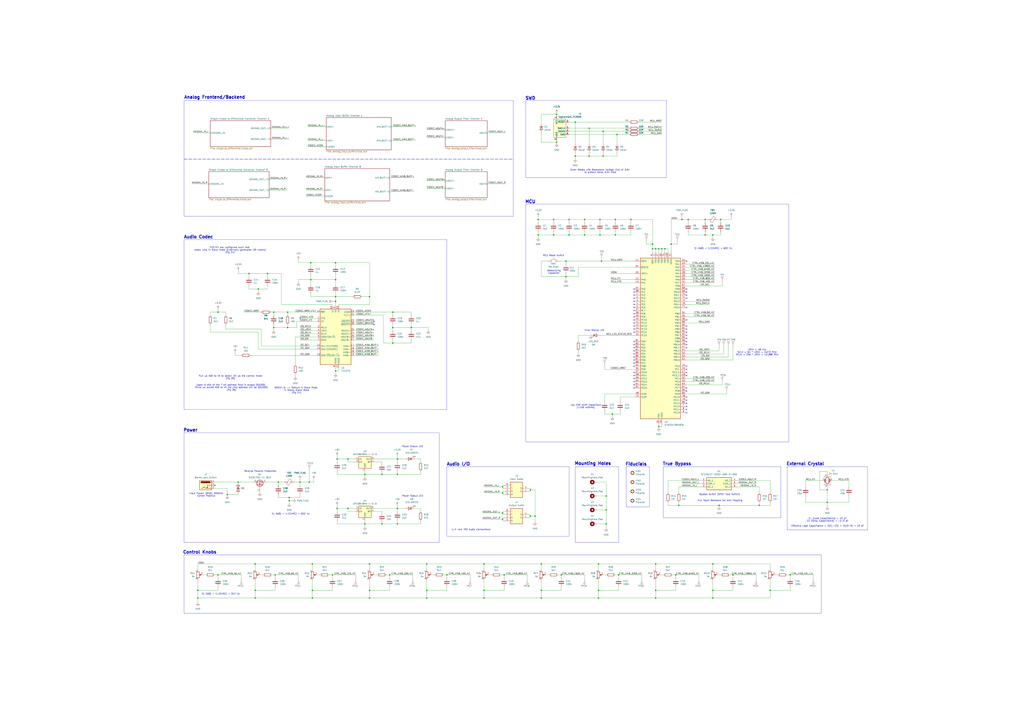
<source format=kicad_sch>
(kicad_sch (version 20231120) (generator "eeschema") (generator_version "8.0")
  (paper "A1")
  (junction (at 256.54 491.49))
  (junction (at 506.73 110.49))
  (junction (at 412.75 400.05))
  (junction (at 538.48 204.47))
  (junction (at 472.44 100.33))
  (junction (at 579.12 193.04))
  (junction (at 322.58 256.54))
  (junction (at 538.48 463.55))
  (junction (at 412.75 405.13))
  (junction (at 623.57 415.29))
  (junction (at 441.96 193.04))
  (junction (at 162.56 485.14))
  (junction (at 275.59 215.9))
  (junction (at 591.82 180.34))
  (junction (at 254 396.24))
  (junction (at 551.18 200.66))
  (junction (at 212.09 237.49))
  (junction (at 236.22 269.24))
  (junction (at 497.84 407.67))
  (junction (at 186.69 406.4))
  (junction (at 565.15 180.34))
  (junction (at 585.47 491.49))
  (junction (at 585.47 485.14))
  (junction (at 285.75 377.19))
  (junction (at 541.02 350.52))
  (junction (at 538.48 491.49))
  (junction (at 560.07 180.34))
  (junction (at 276.86 417.83))
  (junction (at 224.79 256.54))
  (junction (at 505.46 180.34))
  (junction (at 497.84 430.53))
  (junction (at 441.96 180.34))
  (junction (at 209.55 485.14))
  (junction (at 632.46 485.14))
  (junction (at 497.84 419.1))
  (junction (at 275.59 243.84))
  (junction (at 414.02 472.44))
  (junction (at 554.99 472.44))
  (junction (at 226.06 472.44))
  (junction (at 648.97 472.44))
  (junction (at 179.07 256.54))
  (junction (at 505.46 193.04))
  (junction (at 209.55 463.55))
  (junction (at 275.59 247.65))
  (junction (at 491.49 491.49))
  (junction (at 219.71 224.79))
  (junction (at 495.3 107.95))
  (junction (at 464.82 214.63))
  (junction (at 546.1 204.47))
  (junction (at 276.86 377.19))
  (junction (at 538.48 485.14))
  (junction (at 508 472.44))
  (junction (at 299.72 389.89))
  (junction (at 502.92 340.36))
  (junction (at 209.55 491.49))
  (junction (at 535.94 200.66))
  (junction (at 326.39 417.83))
  (junction (at 412.75 421.64))
  (junction (at 303.53 491.49))
  (junction (at 303.53 485.14))
  (junction (at 322.58 281.94))
  (junction (at 313.69 430.53))
  (junction (at 679.45 402.59))
  (junction (at 367.03 472.44))
  (junction (at 679.45 412.75))
  (junction (at 303.53 463.55))
  (junction (at 256.54 463.55))
  (junction (at 461.01 472.44))
  (junction (at 535.94 204.47))
  (junction (at 435.61 424.18))
  (junction (at 237.49 408.94))
  (junction (at 275.59 304.8))
  (junction (at 236.22 256.54))
  (junction (at 454.66 193.04))
  (junction (at 495.3 128.27))
  (junction (at 237.49 411.48))
  (junction (at 585.47 193.04))
  (junction (at 480.06 193.04))
  (junction (at 326.39 377.19))
  (junction (at 326.39 389.89))
  (junction (at 195.58 396.24))
  (junction (at 397.51 463.55))
  (junction (at 439.42 424.18))
  (junction (at 483.87 105.41))
  (junction (at 337.82 269.24))
  (junction (at 557.53 415.29))
  (junction (at 435.61 402.59))
  (junction (at 397.51 485.14))
  (junction (at 322.58 269.24))
  (junction (at 454.66 180.34))
  (junction (at 601.98 472.44))
  (junction (at 179.07 472.44))
  (junction (at 492.76 180.34))
  (junction (at 444.5 485.14))
  (junction (at 590.55 415.29))
  (junction (at 491.49 463.55))
  (junction (at 255.27 229.87))
  (junction (at 303.53 243.84))
  (junction (at 457.2 93.98))
  (junction (at 585.47 463.55))
  (junction (at 228.6 396.24))
  (junction (at 494.03 214.63))
  (junction (at 350.52 485.14))
  (junction (at 491.49 485.14))
  (junction (at 467.36 193.04))
  (junction (at 543.56 204.47))
  (junction (at 285.75 417.83))
  (junction (at 444.5 491.49))
  (junction (at 518.16 180.34))
  (junction (at 444.5 463.55))
  (junction (at 464.82 227.33))
  (junction (at 224.79 269.24))
  (junction (at 541.02 204.47))
  (junction (at 467.36 180.34))
  (junction (at 162.56 491.49))
  (junction (at 480.06 180.34))
  (junction (at 579.12 180.34))
  (junction (at 483.87 128.27))
  (junction (at 412.75 426.72))
  (junction (at 275.59 229.87))
  (junction (at 320.04 472.44))
  (junction (at 472.44 128.27))
  (junction (at 326.39 430.53))
  (junction (at 350.52 491.49))
  (junction (at 273.05 472.44))
  (junction (at 204.47 224.79))
  (junction (at 313.69 389.89))
  (junction (at 492.76 193.04))
  (junction (at 350.52 463.55))
  (junction (at 246.38 396.24))
  (junction (at 256.54 485.14))
  (junction (at 299.72 430.53))
  (junction (at 255.27 215.9))
  (junction (at 397.51 491.49))
  (junction (at 457.2 116.84))
  (no_connect (at 520.7 285.75))
  (no_connect (at 563.88 237.49))
  (no_connect (at 563.88 267.97))
  (no_connect (at 520.7 257.81))
  (no_connect (at 563.88 334.01))
  (no_connect (at 563.88 275.59))
  (no_connect (at 520.7 283.21))
  (no_connect (at 520.7 300.99))
  (no_connect (at 520.7 298.45))
  (no_connect (at 307.34 264.16))
  (no_connect (at 520.7 252.73))
  (no_connect (at 520.7 288.29))
  (no_connect (at 563.88 321.31))
  (no_connect (at 520.7 306.07))
  (no_connect (at 520.7 240.03))
  (no_connect (at 520.7 262.89))
  (no_connect (at 176.53 398.78))
  (no_connect (at 520.7 250.19))
  (no_connect (at 563.88 326.39))
  (no_connect (at 520.7 290.83))
  (no_connect (at 563.88 280.67))
  (no_connect (at 520.7 245.11))
  (no_connect (at 520.7 308.61))
  (no_connect (at 563.88 283.21))
  (no_connect (at 563.88 318.77))
  (no_connect (at 520.7 265.43))
  (no_connect (at 563.88 262.89))
  (no_connect (at 563.88 252.73))
  (no_connect (at 563.88 331.47))
  (no_connect (at 520.7 270.51))
  (no_connect (at 520.7 313.69))
  (no_connect (at 563.88 328.93))
  (no_connect (at 520.7 280.67))
  (no_connect (at 520.7 242.57))
  (no_connect (at 563.88 303.53))
  (no_connect (at 307.34 266.7))
  (no_connect (at 520.7 255.27))
  (no_connect (at 520.7 260.35))
  (no_connect (at 246.38 261.62))
  (no_connect (at 563.88 278.13))
  (no_connect (at 520.7 237.49))
  (no_connect (at 520.7 316.23))
  (no_connect (at 520.7 318.77))
  (no_connect (at 520.7 311.15))
  (no_connect (at 563.88 240.03))
  (no_connect (at 520.7 267.97))
  (no_connect (at 520.7 295.91))
  (no_connect (at 563.88 273.05))
  (no_connect (at 520.7 247.65))
  (no_connect (at 520.7 273.05))
  (no_connect (at 563.88 270.51))
  (no_connect (at 520.7 293.37))
  (no_connect (at 563.88 339.09))
  (no_connect (at 563.88 336.55))
  (no_connect (at 563.88 300.99))
  (no_connect (at 563.88 245.11))
  (no_connect (at 563.88 285.75))
  (no_connect (at 563.88 214.63))
  (no_connect (at 563.88 308.61))
  (no_connect (at 563.88 306.07))
  (no_connect (at 563.88 242.57))
  (wire (pts (xy 275.59 243.84) (xy 275.59 241.3)))
  (wire (pts (xy 228.6 408.94) (xy 237.49 408.94)))
  (wire (pts (xy 412.75 425.45) (xy 412.75 426.72)))
  (wire (pts (xy 472.44 125.73) (xy 472.44 128.27)))
  (wire (pts (xy 273.05 482.6) (xy 273.05 485.14)))
  (wire (pts (xy 226.06 482.6) (xy 226.06 485.14)))
  (wire (pts (xy 411.48 472.44) (xy 414.02 472.44)))
  (wire (pts (xy 313.69 388.62) (xy 313.69 389.89)))
  (wire (pts (xy 586.74 257.81) (xy 563.88 257.81)))
  (wire (pts (xy 303.53 485.14) (xy 303.53 491.49)))
  (wire (pts (xy 220.98 147.32) (xy 236.22 147.32)))
  (wire (pts (xy 412.75 401.32) (xy 414.02 401.32)))
  (wire (pts (xy 435.61 402.59) (xy 435.61 403.86)))
  (wire (pts (xy 276.86 377.19) (xy 285.75 377.19)))
  (wire (pts (xy 290.83 259.08) (xy 314.96 259.08)))
  (wire (pts (xy 497.84 407.67) (xy 497.84 419.1)))
  (wire (pts (xy 219.71 224.79) (xy 219.71 227.33)))
  (wire (pts (xy 439.42 424.18) (xy 435.61 424.18)))
  (wire (pts (xy 585.47 463.55) (xy 632.46 463.55)))
  (wire (pts (xy 313.69 420.37) (xy 307.34 420.37)))
  (wire (pts (xy 467.36 107.95) (xy 495.3 107.95)))
  (wire (pts (xy 255.27 229.87) (xy 255.27 233.68)))
  (wire (pts (xy 557.53 415.29) (xy 590.55 415.29)))
  (wire (pts (xy 551.18 180.34) (xy 551.18 200.66)))
  (wire (pts (xy 276.86 377.19) (xy 276.86 379.73)))
  (wire (pts (xy 364.49 472.44) (xy 367.03 472.44)))
  (wire (pts (xy 518.16 180.34) (xy 518.16 182.88)))
  (wire (pts (xy 474.98 275.59) (xy 485.14 275.59)))
  (wire (pts (xy 350.52 154.94) (xy 365.76 154.94)))
  (wire (pts (xy 299.72 387.35) (xy 299.72 389.89)))
  (wire (pts (xy 245.11 229.87) (xy 245.11 232.41)))
  (wire (pts (xy 565.15 180.34) (xy 579.12 180.34)))
  (wire (pts (xy 506.73 110.49) (xy 516.89 110.49)))
  (wire (pts (xy 339.09 472.44) (xy 339.09 476.25)))
  (wire (pts (xy 509.27 330.2) (xy 509.27 326.39)))
  (wire (pts (xy 439.42 402.59) (xy 435.61 402.59)))
  (wire (pts (xy 632.46 463.55) (xy 632.46 468.63)))
  (wire (pts (xy 444.5 463.55) (xy 444.5 468.63)))
  (wire (pts (xy 538.48 463.55) (xy 585.47 463.55)))
  (wire (pts (xy 601.98 472.44) (xy 621.03 472.44)))
  (wire (pts (xy 275.59 243.84) (xy 289.56 243.84)))
  (wire (pts (xy 461.01 472.44) (xy 480.06 472.44)))
  (wire (pts (xy 345.44 387.35) (xy 345.44 389.89)))
  (wire (pts (xy 565.15 180.34) (xy 565.15 182.88)))
  (wire (pts (xy 632.46 476.25) (xy 632.46 485.14)))
  (wire (pts (xy 345.44 377.19) (xy 340.36 377.19)))
  (wire (pts (xy 467.36 105.41) (xy 483.87 105.41)))
  (wire (pts (xy 412.75 398.78) (xy 412.75 400.05)))
  (wire (pts (xy 444.5 485.14) (xy 444.5 491.49)))
  (wire (pts (xy 273.05 247.65) (xy 275.59 247.65)))
  (wire (pts (xy 322.58 266.7) (xy 322.58 269.24)))
  (wire (pts (xy 350.52 476.25) (xy 350.52 485.14)))
  (wire (pts (xy 495.3 107.95) (xy 495.3 118.11)))
  (wire (pts (xy 586.74 224.79) (xy 563.88 224.79)))
  (wire (pts (xy 275.59 247.65) (xy 275.59 251.46)))
  (wire (pts (xy 492.76 180.34) (xy 492.76 182.88)))
  (wire (pts (xy 435.61 422.91) (xy 435.61 424.18)))
  (wire (pts (xy 538.48 485.14) (xy 538.48 491.49)))
  (wire (pts (xy 575.31 397.51) (xy 560.07 397.51)))
  (wire (pts (xy 490.22 419.1) (xy 497.84 419.1)))
  (wire (pts (xy 508 482.6) (xy 508 485.14)))
  (wire (pts (xy 252.73 115.57) (xy 267.97 115.57)))
  (wire (pts (xy 441.96 193.04) (xy 441.96 190.5)))
  (wire (pts (xy 491.49 463.55) (xy 491.49 468.63)))
  (wire (pts (xy 213.36 403.86) (xy 213.36 405.13)))
  (wire (pts (xy 256.54 491.49) (xy 209.55 491.49)))
  (wire (pts (xy 518.16 180.34) (xy 535.94 180.34)))
  (wire (pts (xy 435.61 401.32) (xy 435.61 402.59)))
  (wire (pts (xy 237.49 408.94) (xy 237.49 411.48)))
  (wire (pts (xy 166.37 472.44) (xy 168.91 472.44)))
  (wire (pts (xy 345.44 389.89) (xy 326.39 389.89)))
  (wire (pts (xy 367.03 472.44) (xy 386.08 472.44)))
  (wire (pts (xy 472.44 100.33) (xy 516.89 100.33)))
  (wire (pts (xy 585.47 463.55) (xy 585.47 468.63)))
  (wire (pts (xy 459.74 214.63) (xy 464.82 214.63)))
  (wire (pts (xy 535.94 180.34) (xy 535.94 200.66)))
  (wire (pts (xy 245.11 215.9) (xy 255.27 215.9)))
  (wire (pts (xy 224.79 269.24) (xy 236.22 269.24)))
  (wire (pts (xy 467.36 193.04) (xy 480.06 193.04)))
  (wire (pts (xy 492.76 180.34) (xy 505.46 180.34)))
  (wire (pts (xy 556.26 198.12) (xy 556.26 200.66)))
  (wire (pts (xy 256.54 463.55) (xy 303.53 463.55)))
  (wire (pts (xy 397.51 463.55) (xy 397.51 468.63)))
  (wire (pts (xy 441.96 180.34) (xy 441.96 182.88)))
  (wire (pts (xy 243.84 269.24) (xy 243.84 264.16)))
  (wire (pts (xy 326.39 417.83) (xy 326.39 420.37)))
  (wire (pts (xy 260.35 472.44) (xy 262.89 472.44)))
  (wire (pts (xy 508 472.44) (xy 508 474.98)))
  (wire (pts (xy 303.53 463.55) (xy 303.53 468.63)))
  (wire (pts (xy 236.22 256.54) (xy 260.35 256.54)))
  (wire (pts (xy 285.75 377.19) (xy 292.1 377.19)))
  (wire (pts (xy 290.83 266.7) (xy 307.34 266.7)))
  (wire (pts (xy 474.98 219.71) (xy 520.7 219.71)))
  (wire (pts (xy 563.88 229.87) (xy 586.74 229.87)))
  (wire (pts (xy 350.52 485.14) (xy 367.03 485.14)))
  (wire (pts (xy 505.46 190.5) (xy 505.46 193.04)))
  (wire (pts (xy 209.55 485.14) (xy 209.55 491.49)))
  (wire (pts (xy 275.59 243.84) (xy 275.59 247.65)))
  (wire (pts (xy 593.09 231.14) (xy 593.09 234.95)))
  (wire (pts (xy 697.23 412.75) (xy 697.23 407.67)))
  (wire (pts (xy 321.31 104.14) (xy 341.63 104.14)))
  (wire (pts (xy 563.88 247.65) (xy 582.93 247.65)))
  (wire (pts (xy 557.53 405.13) (xy 557.53 400.05)))
  (wire (pts (xy 231.14 224.79) (xy 219.71 224.79)))
  (wire (pts (xy 464.82 224.79) (xy 464.82 227.33)))
  (wire (pts (xy 563.88 265.43) (xy 582.93 265.43)))
  (wire (pts (xy 245.11 213.36) (xy 245.11 215.9)))
  (wire (pts (xy 412.75 400.05) (xy 412.75 401.32)))
  (wire (pts (xy 464.82 214.63) (xy 494.03 214.63)))
  (wire (pts (xy 474.98 219.71) (xy 474.98 227.33)))
  (wire (pts (xy 457.2 92.71) (xy 457.2 93.98)))
  (wire (pts (xy 276.86 387.35) (xy 276.86 389.89)))
  (wire (pts (xy 560.07 177.8) (xy 560.07 180.34)))
  (wire (pts (xy 345.44 430.53) (xy 326.39 430.53)))
  (wire (pts (xy 326.39 415.29) (xy 326.39 417.83)))
  (wire (pts (xy 474.98 288.29) (xy 474.98 290.83)))
  (wire (pts (xy 483.87 128.27) (xy 495.3 128.27)))
  (wire (pts (xy 255.27 218.44) (xy 255.27 215.9)))
  (wire (pts (xy 275.59 215.9) (xy 303.53 215.9)))
  (wire (pts (xy 491.49 485.14) (xy 508 485.14)))
  (wire (pts (xy 457.2 93.98) (xy 457.2 95.25)))
  (wire (pts (xy 591.82 180.34) (xy 600.71 180.34)))
  (wire (pts (xy 231.14 250.19) (xy 231.14 224.79)))
  (wire (pts (xy 257.81 396.24) (xy 254 396.24)))
  (wire (pts (xy 538.48 204.47) (xy 541.02 204.47)))
  (wire (pts (xy 594.36 284.48) (xy 594.36 290.83)))
  (wire (pts (xy 273.05 472.44) (xy 273.05 474.98)))
  (wire (pts (xy 285.75 417.83) (xy 292.1 417.83)))
  (wire (pts (xy 480.06 472.44) (xy 480.06 476.25)))
  (wire (pts (xy 461.01 472.44) (xy 461.01 474.98)))
  (wire (pts (xy 254 386.08) (xy 254 396.24)))
  (wire (pts (xy 209.55 463.55) (xy 256.54 463.55)))
  (wire (pts (xy 412.75 426.72) (xy 412.75 427.99)))
  (wire (pts (xy 337.82 281.94) (xy 337.82 279.4)))
  (wire (pts (xy 492.76 190.5) (xy 492.76 193.04)))
  (wire (pts (xy 396.24 426.72) (xy 412.75 426.72)))
  (wire (pts (xy 275.59 215.9) (xy 275.59 218.44)))
  (wire (pts (xy 543.56 204.47) (xy 546.1 204.47)))
  (wire (pts (xy 158.75 109.22) (xy 172.72 109.22)))
  (wire (pts (xy 543.56 350.52) (xy 541.02 350.52)))
  (wire (pts (xy 198.12 472.44) (xy 198.12 476.25)))
  (wire (pts (xy 276.86 427.99) (xy 276.86 430.53)))
  (wire (pts (xy 464.82 217.17) (xy 464.82 214.63)))
  (wire (pts (xy 397.51 405.13) (xy 412.75 405.13)))
  (wire (pts (xy 212.09 287.02) (xy 260.35 287.02)))
  (wire (pts (xy 506.73 128.27) (xy 506.73 125.73)))
  (wire (pts (xy 275.59 302.26) (xy 275.59 304.8)))
  (wire (pts (xy 320.04 157.48) (xy 340.36 157.48)))
  (wire (pts (xy 246.38 274.32) (xy 260.35 274.32)))
  (wire (pts (xy 212.09 237.49) (xy 212.09 240.03)))
  (wire (pts (xy 209.55 463.55) (xy 209.55 468.63)))
  (wire (pts (xy 548.64 405.13) (xy 548.64 394.97)))
  (wire (pts (xy 585.47 485.14) (xy 601.98 485.14)))
  (wire (pts (xy 457.2 116.84) (xy 457.2 118.11)))
  (wire (pts (xy 299.72 389.89) (xy 299.72 392.43)))
  (wire (pts (xy 495.3 472.44) (xy 497.84 472.44)))
  (wire (pts (xy 412.75 422.91) (xy 414.02 422.91)))
  (wire (pts (xy 397.51 485.14) (xy 414.02 485.14)))
  (wire (pts (xy 585.47 193.04) (xy 585.47 195.58)))
  (wire (pts (xy 543.56 204.47) (xy 543.56 207.01)))
  (wire (pts (xy 237.49 411.48) (xy 240.03 411.48)))
  (wire (pts (xy 444.5 93.98) (xy 457.2 93.98)))
  (wire (pts (xy 337.82 266.7) (xy 337.82 269.24)))
  (wire (pts (xy 661.67 412.75) (xy 679.45 412.75)))
  (wire (pts (xy 563.88 232.41) (xy 586.74 232.41)))
  (wire (pts (xy 246.38 261.62) (xy 260.35 261.62)))
  (wire (pts (xy 326.39 417.83) (xy 332.74 417.83)))
  (wire (pts (xy 491.49 491.49) (xy 444.5 491.49)))
  (wire (pts (xy 480.06 193.04) (xy 492.76 193.04)))
  (wire (pts (xy 524.51 100.33) (xy 543.56 100.33)))
  (wire (pts (xy 245.11 472.44) (xy 245.11 476.25)))
  (wire (pts (xy 313.69 421.64) (xy 313.69 420.37)))
  (wire (pts (xy 246.38 396.24) (xy 246.38 398.78)))
  (wire (pts (xy 412.75 406.4) (xy 414.02 406.4)))
  (wire (pts (xy 441.96 193.04) (xy 454.66 193.04)))
  (wire (pts (xy 623.57 412.75) (xy 623.57 415.29)))
  (wire (pts (xy 497.84 430.53) (xy 497.84 434.34)))
  (wire (pts (xy 632.46 485.14) (xy 632.46 491.49)))
  (wire (pts (xy 495.3 107.95) (xy 516.89 107.95)))
  (wire (pts (xy 483.87 105.41) (xy 516.89 105.41)))
  (wire (pts (xy 563.88 288.29) (xy 590.55 288.29)))
  (wire (pts (xy 474.98 275.59) (xy 474.98 280.67)))
  (wire (pts (xy 401.32 472.44) (xy 403.86 472.44)))
  (wire (pts (xy 505.46 193.04) (xy 518.16 193.04)))
  (wire (pts (xy 490.22 430.53) (xy 497.84 430.53)))
  (wire (pts (xy 290.83 264.16) (xy 307.34 264.16)))
  (wire (pts (xy 591.82 180.34) (xy 591.82 182.88)))
  (wire (pts (xy 552.45 472.44) (xy 554.99 472.44)))
  (wire (pts (xy 179.07 254) (xy 179.07 256.54)))
  (wire (pts (xy 246.38 269.24) (xy 260.35 269.24)))
  (wire (pts (xy 506.73 110.49) (xy 506.73 118.11)))
  (wire (pts (xy 313.69 379.73) (xy 307.34 379.73)))
  (wire (pts (xy 337.82 259.08) (xy 337.82 256.54)))
  (wire (pts (xy 554.99 482.6) (xy 554.99 485.14)))
  (wire (pts (xy 454.66 193.04) (xy 467.36 193.04)))
  (wire (pts (xy 243.84 264.16) (xy 260.35 264.16)))
  (wire (pts (xy 204.47 224.79) (xy 204.47 227.33)))
  (wire (pts (xy 505.46 180.34) (xy 505.46 182.88)))
  (wire (pts (xy 313.69 381) (xy 313.69 379.73)))
  (wire (pts (xy 563.88 295.91) (xy 601.98 295.91)))
  (wire (pts (xy 491.49 485.14) (xy 491.49 491.49)))
  (wire (pts (xy 320.04 482.6) (xy 320.04 485.14)))
  (wire (pts (xy 290.83 284.48) (xy 311.15 284.48)))
  (wire (pts (xy 548.64 415.29) (xy 557.53 415.29)))
  (wire (pts (xy 585.47 491.49) (xy 538.48 491.49)))
  (wire (pts (xy 290.83 279.4) (xy 307.34 279.4)))
  (wire (pts (xy 179.07 482.6) (xy 179.07 485.14)))
  (wire (pts (xy 246.38 271.78) (xy 260.35 271.78)))
  (wire (pts (xy 179.07 256.54) (xy 185.42 256.54)))
  (wire (pts (xy 497.84 396.24) (xy 497.84 407.67)))
  (wire (pts (xy 632.46 491.49) (xy 585.47 491.49)))
  (wire (pts (xy 535.94 200.66) (xy 535.94 204.47)))
  (wire (pts (xy 414.02 398.78) (xy 412.75 398.78)))
  (wire (pts (xy 176.53 472.44) (xy 179.07 472.44)))
  (wire (pts (xy 495.3 128.27) (xy 506.73 128.27)))
  (wire (pts (xy 307.34 417.83) (xy 326.39 417.83)))
  (wire (pts (xy 337.82 256.54) (xy 322.58 256.54)))
  (wire (pts (xy 601.98 482.6) (xy 601.98 485.14)))
  (wire (pts (xy 414.02 420.37) (xy 412.75 420.37)))
  (wire (pts (xy 679.45 412.75) (xy 679.45 416.56)))
  (wire (pts (xy 228.6 406.4) (xy 228.6 408.94)))
  (wire (pts (xy 397.51 491.49) (xy 350.52 491.49)))
  (wire (pts (xy 266.7 146.05) (xy 251.46 146.05)))
  (wire (pts (xy 162.56 485.14) (xy 179.07 485.14)))
  (wire (pts (xy 176.53 401.32) (xy 186.69 401.32)))
  (wire (pts (xy 351.79 271.78) (xy 351.79 269.24)))
  (wire (pts (xy 396.24 421.64) (xy 412.75 421.64)))
  (wire (pts (xy 397.51 400.05) (xy 412.75 400.05)))
  (wire (pts (xy 454.66 182.88) (xy 454.66 180.34)))
  (wire (pts (xy 461.01 482.6) (xy 461.01 485.14)))
  (wire (pts (xy 444.5 485.14) (xy 461.01 485.14)))
  (wire (pts (xy 454.66 180.34) (xy 467.36 180.34)))
  (wire (pts (xy 557.53 412.75) (xy 557.53 415.29)))
  (wire (pts (xy 162.56 485.14) (xy 162.56 491.49)))
  (wire (pts (xy 255.27 215.9) (xy 275.59 215.9)))
  (wire (pts (xy 255.27 229.87) (xy 245.11 229.87)))
  (wire (pts (xy 599.44 472.44) (xy 601.98 472.44)))
  (wire (pts (xy 679.45 402.59) (xy 679.45 412.75)))
  (wire (pts (xy 444.5 101.6) (xy 444.5 93.98)))
  (wire (pts (xy 496.57 340.36) (xy 502.92 340.36)))
  (wire (pts (xy 350.52 148.59) (xy 365.76 148.59)))
  (wire (pts (xy 303.53 476.25) (xy 303.53 485.14)))
  (wire (pts (xy 313.69 430.53) (xy 299.72 430.53)))
  (wire (pts (xy 255.27 226.06) (xy 255.27 229.87)))
  (wire (pts (xy 589.28 180.34) (xy 591.82 180.34)))
  (wire (pts (xy 467.36 190.5) (xy 467.36 193.04)))
  (wire (pts (xy 563.88 217.17) (xy 586.74 217.17)))
  (wire (pts (xy 290.83 276.86) (xy 307.34 276.86)))
  (wire (pts (xy 292.1 472.44) (xy 292.1 476.25)))
  (wire (pts (xy 193.04 292.1) (xy 198.12 292.1)))
  (wire (pts (xy 454.66 190.5) (xy 454.66 193.04)))
  (wire (pts (xy 648.97 482.6) (xy 648.97 485.14)))
  (wire (pts (xy 176.53 396.24) (xy 195.58 396.24)))
  (wire (pts (xy 185.42 256.54) (xy 185.42 259.08)))
  (wire (pts (xy 496.57 330.2) (xy 496.57 323.85)))
  (wire (pts (xy 172.72 266.7) (xy 172.72 273.05)))
  (wire (pts (xy 256.54 463.55) (xy 256.54 468.63)))
  (wire (pts (xy 179.07 472.44) (xy 179.07 474.98)))
  (wire (pts (xy 632.46 405.13) (xy 632.46 394.97)))
  (wire (pts (xy 557.53 400.05) (xy 575.31 400.05)))
  (wire (pts (xy 350.52 113.03) (xy 365.76 113.03)))
  (wire (pts (xy 554.99 472.44) (xy 574.04 472.44)))
  (wire (pts (xy 303.53 243.84) (xy 303.53 215.9)))
  (wire (pts (xy 326.39 377.19) (xy 326.39 379.73)))
  (wire (pts (xy 214.63 284.48) (xy 260.35 284.48)))
  (wire (pts (xy 224.79 269.24) (xy 224.79 271.78)))
  (wire (pts (xy 621.03 472.44) (xy 621.03 476.25)))
  (wire (pts (xy 223.52 472.44) (xy 226.06 472.44)))
  (wire (pts (xy 172.72 273.05) (xy 212.09 273.05)))
  (wire (pts (xy 237.49 411.48) (xy 237.49 414.02)))
  (wire (pts (xy 586.74 219.71) (xy 563.88 219.71)))
  (wire (pts (xy 246.38 279.4) (xy 260.35 279.4)))
  (wire (pts (xy 350.52 485.14) (xy 350.52 491.49)))
  (wire (pts (xy 321.31 115.57) (xy 341.63 115.57)))
  (wire (pts (xy 632.46 485.14) (xy 648.97 485.14)))
  (wire (pts (xy 490.22 407.67) (xy 497.84 407.67)))
  (wire (pts (xy 444.5 227.33) (xy 464.82 227.33)))
  (wire (pts (xy 520.7 229.87) (xy 501.65 229.87)))
  (wire (pts (xy 326.39 389.89) (xy 313.69 389.89)))
  (wire (pts (xy 414.02 472.44) (xy 414.02 474.98)))
  (wire (pts (xy 679.45 387.35) (xy 673.1 387.35)))
  (wire (pts (xy 492.76 275.59) (xy 520.7 275.59)))
  (wire (pts (xy 267.97 120.65) (xy 252.73 120.65)))
  (wire (pts (xy 213.36 472.44) (xy 215.9 472.44)))
  (wire (pts (xy 351.79 269.24) (xy 337.82 269.24)))
  (wire (pts (xy 195.58 396.24) (xy 195.58 397.51)))
  (wire (pts (xy 307.34 377.19) (xy 326.39 377.19)))
  (wire (pts (xy 538.48 463.55) (xy 538.48 468.63)))
  (wire (pts (xy 579.12 193.04) (xy 585.47 193.04)))
  (wire (pts (xy 548.64 394.97) (xy 575.31 394.97)))
  (wire (pts (xy 520.7 232.41) (xy 501.65 232.41)))
  (wire (pts (xy 585.47 193.04) (xy 591.82 193.04)))
  (wire (pts (xy 538.48 485.14) (xy 554.99 485.14)))
  (wire (pts (xy 551.18 180.34) (xy 560.07 180.34)))
  (wire (pts (xy 538.48 476.25) (xy 538.48 485.14)))
  (wire (pts (xy 467.36 110.49) (xy 506.73 110.49)))
  (wire (pts (xy 400.05 109.22) (xy 415.29 109.22)))
  (wire (pts (xy 257.81 393.7) (xy 257.81 396.24)))
  (wire (pts (xy 496.57 337.82) (xy 496.57 340.36)))
  (wire (pts (xy 266.7 161.29) (xy 251.46 161.29)))
  (wire (pts (xy 596.9 321.31) (xy 596.9 323.85)))
  (wire (pts (xy 491.49 463.55) (xy 538.48 463.55)))
  (wire (pts (xy 579.12 190.5) (xy 579.12 193.04)))
  (wire (pts (xy 589.28 472.44) (xy 591.82 472.44)))
  (wire (pts (xy 290.83 287.02) (xy 311.15 287.02)))
  (wire (pts (xy 303.53 491.49) (xy 256.54 491.49)))
  (wire (pts (xy 254 396.24) (xy 246.38 396.24)))
  (wire (pts (xy 444.5 463.55) (xy 491.49 463.55)))
  (wire (pts (xy 200.66 256.54) (xy 214.63 256.54)))
  (wire (pts (xy 317.5 472.44) (xy 320.04 472.44)))
  (wire (pts (xy 179.07 472.44) (xy 198.12 472.44)))
  (wire (pts (xy 290.83 274.32) (xy 307.34 274.32)))
  (wire (pts (xy 441.96 177.8) (xy 441.96 180.34)))
  (wire (pts (xy 275.59 229.87) (xy 275.59 233.68)))
  (wire (pts (xy 345.44 417.83) (xy 340.36 417.83)))
  (wire (pts (xy 275.59 304.8) (xy 275.59 307.34)))
  (wire (pts (xy 605.79 397.51) (xy 621.03 397.51)))
  (wire (pts (xy 673.1 387.35) (xy 673.1 402.59)))
  (wire (pts (xy 278.13 251.46) (xy 278.13 250.19)))
  (wire (pts (xy 195.58 222.25) (xy 195.58 224.79)))
  (wire (pts (xy 252.73 104.14) (xy 267.97 104.14)))
  (wire (pts (xy 535.94 207.01) (xy 535.94 204.47)))
  (wire (pts (xy 464.82 227.33) (xy 464.82 229.87)))
  (wire (pts (xy 467.36 180.34) (xy 467.36 182.88)))
  (wire (pts (xy 214.63 270.51) (xy 214.63 284.48)))
  (wire (pts (xy 497.84 419.1) (xy 497.84 430.53)))
  (wire (pts (xy 242.57 276.86) (xy 260.35 276.86)))
  (wire (pts (xy 326.39 377.19) (xy 332.74 377.19)))
  (wire (pts (xy 541.02 350.52) (xy 541.02 351.79)))
  (wire (pts (xy 270.51 472.44) (xy 273.05 472.44)))
  (wire (pts (xy 256.54 485.14) (xy 273.05 485.14)))
  (wire (pts (xy 256.54 485.14) (xy 256.54 491.49)))
  (wire (pts (xy 303.53 250.19) (xy 303.53 243.84)))
  (wire (pts (xy 541.02 349.25) (xy 541.02 350.52)))
  (wire (pts (xy 648.97 472.44) (xy 648.97 474.98)))
  (wire (pts (xy 444.5 476.25) (xy 444.5 485.14)))
  (wire (pts (xy 697.23 400.05) (xy 697.23 394.97)))
  (wire (pts (xy 193.04 289.56) (xy 193.04 292.1)))
  (wire (pts (xy 320.04 146.05) (xy 340.36 146.05)))
  (wire (pts (xy 636.27 472.44) (xy 638.81 472.44)))
  (wire (pts (xy 518.16 190.5) (xy 518.16 193.04)))
  (wire (pts (xy 414.02 482.6) (xy 414.02 485.14)))
  (wire (pts (xy 661.67 407.67) (xy 661.67 412.75)))
  (wire (pts (xy 162.56 463.55) (xy 162.56 468.63)))
  (wire (pts (xy 605.79 400.05) (xy 623.57 400.05)))
  (wire (pts (xy 598.17 284.48) (xy 598.17 293.37)))
  (wire (pts (xy 313.69 429.26) (xy 313.69 430.53)))
  (wire (pts (xy 233.68 396.24) (xy 228.6 396.24)))
  (wire (pts (xy 546.1 204.47) (xy 548.64 204.47)))
  (wire (pts (xy 195.58 405.13) (xy 195.58 406.4)))
  (wire (pts (xy 186.69 406.4) (xy 186.69 407.67)))
  (wire (pts (xy 632.46 412.75) (xy 632.46 415.29)))
  (wire (pts (xy 535.94 204.47) (xy 538.48 204.47)))
  (wire (pts (xy 276.86 417.83) (xy 285.75 417.83)))
  (wire (pts (xy 278.13 304.8) (xy 275.59 304.8)))
  (wire (pts (xy 290.83 289.56) (xy 311.15 289.56)))
  (wire (pts (xy 668.02 472.44) (xy 668.02 476.25)))
  (wire (pts (xy 273.05 250.19) (xy 231.14 250.19)))
  (wire (pts (xy 273.05 250.19) (xy 273.05 251.46)))
  (wire (pts (xy 444.5 214.63) (xy 444.5 227.33)))
  (wire (pts (xy 491.49 476.25) (xy 491.49 485.14)))
  (wire (pts (xy 273.05 472.44) (xy 292.1 472.44)))
  (wire (pts (xy 326.39 374.65) (xy 326.39 377.19)))
  (wire (pts (xy 679.45 412.75) (xy 697.23 412.75)))
  (wire (pts (xy 579.12 180.34) (xy 581.66 180.34)))
  (wire (pts (xy 530.86 198.12) (xy 530.86 200.66)))
  (wire (pts (xy 449.58 214.63) (xy 444.5 214.63)))
  (wire (pts (xy 276.86 389.89) (xy 299.72 389.89)))
  (wire (pts (xy 224.79 256.54) (xy 224.79 259.08)))
  (wire (pts (xy 433.07 472.44) (xy 433.07 476.25)))
  (wire (pts (xy 601.98 284.48) (xy 601.98 295.91)))
  (wire (pts (xy 307.34 472.44) (xy 309.88 472.44)))
  (wire (pts (xy 222.25 256.54) (xy 224.79 256.54)))
  (wire (pts (xy 241.3 396.24) (xy 246.38 396.24)))
  (wire (pts (xy 496.57 299.72) (xy 496.57 303.53)))
  (wire (pts (xy 224.79 256.54) (xy 236.22 256.54)))
  (wire (pts (xy 494.03 214.63) (xy 520.7 214.63)))
  (wire (pts (xy 494.03 212.09) (xy 494.03 214.63)))
  (wire (pts (xy 397.51 463.55) (xy 444.5 463.55)))
  (wire (pts (xy 574.04 472.44) (xy 574.04 476.25)))
  (wire (pts (xy 303.53 463.55) (xy 350.52 463.55)))
  (wire (pts (xy 276.86 417.83) (xy 276.86 420.37)))
  (wire (pts (xy 565.15 193.04) (xy 579.12 193.04)))
  (wire (pts (xy 554.99 472.44) (xy 554.99 474.98)))
  (wire (pts (xy 563.88 293.37) (xy 598.17 293.37)))
  (wire (pts (xy 292.1 379.73) (xy 285.75 379.73)))
  (wire (pts (xy 186.69 401.32) (xy 186.69 406.4)))
  (wire (pts (xy 278.13 302.26) (xy 278.13 304.8)))
  (wire (pts (xy 605.79 394.97) (xy 632.46 394.97)))
  (wire (pts (xy 278.13 250.19) (xy 303.53 250.19)))
  (wire (pts (xy 322.58 281.94) (xy 314.96 281.94)))
  (wire (pts (xy 480.06 180.34) (xy 492.76 180.34)))
  (wire (pts (xy 585.47 485.14) (xy 585.47 491.49)))
  (wire (pts (xy 530.86 200.66) (xy 535.94 200.66)))
  (wire (pts (xy 546.1 204.47) (xy 546.1 207.01)))
  (wire (pts (xy 508 472.44) (xy 527.05 472.44)))
  (wire (pts (xy 162.56 476.25) (xy 162.56 485.14)))
  (wire (pts (xy 623.57 415.29) (xy 590.55 415.29)))
  (wire (pts (xy 439.42 424.18) (xy 439.42 402.59)))
  (wire (pts (xy 236.22 269.24) (xy 243.84 269.24)))
  (wire (pts (xy 414.02 403.86) (xy 412.75 403.86)))
  (wire (pts (xy 520.7 224.79) (xy 501.65 224.79)))
  (wire (pts (xy 434.34 401.32) (xy 435.61 401.32)))
  (wire (pts (xy 204.47 237.49) (xy 212.09 237.49)))
  (wire (pts (xy 492.76 193.04) (xy 505.46 193.04)))
  (wire (pts (xy 219.71 237.49) (xy 219.71 234.95)))
  (wire (pts (xy 345.44 379.73) (xy 345.44 377.19)))
  (wire (pts (xy 563.88 234.95) (xy 593.09 234.95)))
  (wire (pts (xy 538.48 204.47) (xy 538.48 207.01)))
  (wire (pts (xy 209.55 485.14) (xy 226.06 485.14)))
  (wire (pts (xy 661.67 394.97) (xy 675.64 394.97)))
  (wire (pts (xy 292.1 420.37) (xy 285.75 420.37)))
  (wire (pts (xy 350.52 463.55) (xy 397.51 463.55)))
  (wire (pts (xy 505.46 472.44) (xy 508 472.44)))
  (wire (pts (xy 596.9 323.85) (xy 563.88 323.85)))
  (wire (pts (xy 350.52 491.49) (xy 303.53 491.49)))
  (wire (pts (xy 303.53 485.14) (xy 320.04 485.14)))
  (wire (pts (xy 586.74 311.15) (xy 563.88 311.15)))
  (wire (pts (xy 412.75 403.86) (xy 412.75 405.13)))
  (wire (pts (xy 673.1 402.59) (xy 679.45 402.59)))
  (wire (pts (xy 397.51 485.14) (xy 397.51 491.49)))
  (wire (pts (xy 563.88 313.69) (xy 586.74 313.69)))
  (wire (pts (xy 322.58 281.94) (xy 337.82 281.94)))
  (wire (pts (xy 590.55 415.29) (xy 590.55 416.56)))
  (wire (pts (xy 222.25 114.3) (xy 237.49 114.3)))
  (wire (pts (xy 502.92 340.36) (xy 509.27 340.36)))
  (wire (pts (xy 474.98 227.33) (xy 464.82 227.33)))
  (wire (pts (xy 299.72 430.53) (xy 299.72 433.07)))
  (wire (pts (xy 209.55 491.49) (xy 162.56 491.49)))
  (wire (pts (xy 601.98 472.44) (xy 601.98 474.98)))
  (wire (pts (xy 212.09 237.49) (xy 219.71 237.49)))
  (wire (pts (xy 345.44 427.99) (xy 345.44 430.53)))
  (wire (pts (xy 563.88 222.25) (xy 586.74 222.25)))
  (wire (pts (xy 195.58 396.24) (xy 208.28 396.24)))
  (wire (pts (xy 276.86 415.29) (xy 276.86 417.83)))
  (wire (pts (xy 345.44 420.37) (xy 345.44 417.83)))
  (wire (pts (xy 661.67 400.05) (xy 661.67 394.97)))
  (wire (pts (xy 320.04 472.44) (xy 320.04 474.98)))
  (wire (pts (xy 538.48 491.49) (xy 491.49 491.49)))
  (wire (pts (xy 255.27 241.3) (xy 255.27 243.84)))
  (wire (pts (xy 490.22 396.24) (xy 497.84 396.24)))
  (wire (pts (xy 548.64 412.75) (xy 548.64 415.29)))
  (wire (pts (xy 297.18 243.84) (xy 303.53 243.84)))
  (wire (pts (xy 563.88 290.83) (xy 594.36 290.83)))
  (wire (pts (xy 185.42 270.51) (xy 185.42 266.7)))
  (wire (pts (xy 448.31 472.44) (xy 450.85 472.44)))
  (wire (pts (xy 590.55 284.48) (xy 590.55 288.29)))
  (wire (pts (xy 457.2 115.57) (xy 457.2 116.84)))
  (wire (pts (xy 246.38 408.94) (xy 246.38 406.4)))
  (wire (pts (xy 483.87 125.73) (xy 483.87 128.27)))
  (wire (pts (xy 185.42 270.51) (xy 214.63 270.51)))
  (wire (pts (xy 679.45 402.59) (xy 679.45 400.05)))
  (wire (pts (xy 472.44 128.27) (xy 472.44 130.81)))
  (wire (pts (xy 172.72 259.08) (xy 172.72 256.54)))
  (wire (pts (xy 586.74 227.33) (xy 563.88 227.33)))
  (wire (pts (xy 472.44 100.33) (xy 472.44 118.11)))
  (wire (pts (xy 266.7 156.21) (xy 251.46 156.21)))
  (wire (pts (xy 224.79 266.7) (xy 224.79 269.24)))
  (wire (pts (xy 524.51 110.49) (xy 543.56 110.49)))
  (wire (pts (xy 299.72 427.99) (xy 299.72 430.53)))
  (wire (pts (xy 412.75 427.99) (xy 414.02 427.99)))
  (wire (pts (xy 502.92 340.36) (xy 502.92 342.9)))
  (wire (pts (xy 542.29 472.44) (xy 544.83 472.44)))
  (wire (pts (xy 255.27 229.87) (xy 275.59 229.87)))
  (wire (pts (xy 543.56 349.25) (xy 543.56 350.52)))
  (wire (pts (xy 276.86 430.53) (xy 299.72 430.53)))
  (wire (pts (xy 565.15 190.5) (xy 565.15 193.04)))
  (wire (pts (xy 350.52 463.55) (xy 350.52 468.63)))
  (wire (pts (xy 412.75 420.37) (xy 412.75 421.64)))
  (wire (pts (xy 386.08 472.44) (xy 386.08 476.25)))
  (wire (pts (xy 646.43 472.44) (xy 648.97 472.44)))
  (wire (pts (xy 237.49 408.94) (xy 246.38 408.94)))
  (wire (pts (xy 195.58 224.79) (xy 204.47 224.79)))
  (wire (pts (xy 314.96 281.94) (xy 314.96 259.08)))
  (wire (pts (xy 157.48 151.13) (xy 171.45 151.13)))
  (wire (pts (xy 326.39 430.53) (xy 313.69 430.53)))
  (wire (pts (xy 322.58 269.24) (xy 337.82 269.24)))
  (wire (pts (xy 435.61 424.18) (xy 435.61 425.45)))
  (wire (pts (xy 541.02 204.47) (xy 541.02 207.01)))
  (wire (pts (xy 585.47 476.25) (xy 585.47 485.14)))
  (wire (pts (xy 256.54 476.25) (xy 256.54 485.14)))
  (wire (pts (xy 524.51 107.95) (xy 543.56 107.95)))
  (wire (pts (xy 290.83 292.1) (xy 311.15 292.1)))
  (wire (pts (xy 414.02 425.45) (xy 412.75 425.45)))
  (wire (pts (xy 162.56 463.55) (xy 209.55 463.55)))
  (wire (pts (xy 435.61 425.45) (xy 434.34 425.45)))
  (wire (pts (xy 586.74 260.35) (xy 563.88 260.35)))
  (wire (pts (xy 683.26 394.97) (xy 697.23 394.97)))
  (wire (pts (xy 579.12 180.34) (xy 579.12 182.88)))
  (wire (pts (xy 322.58 259.08) (xy 322.58 256.54)))
  (wire (pts (xy 505.46 180.34) (xy 518.16 180.34)))
  (wire (pts (xy 275.59 226.06) (xy 275.59 229.87)))
  (wire (pts (xy 290.83 271.78) (xy 307.34 271.78)))
  (wire (pts (xy 496.57 323.85) (xy 520.7 323.85)))
  (wire (pts (xy 551.18 200.66) (xy 551.18 207.01)))
  (wire (pts (xy 242.57 299.72) (xy 242.57 276.86)))
  (wire (pts (xy 480.06 180.34) (xy 480.06 182.88)))
  (wire (pts (xy 467.36 180.34) (xy 480.06 180.34)))
  (wire (pts (xy 444.5 109.22) (xy 444.5 116.84)))
  (wire (pts (xy 337.82 269.24) (xy 337.82 271.78)))
  (wire (pts (xy 480.06 190.5) (xy 480.06 193.04)))
  (wire (pts (xy 212.09 273.05) (xy 212.09 287.02)))
  (wire (pts (xy 509.27 340.36) (xy 509.27 337.82)))
  (wire (pts (xy 560.07 180.34) (xy 565.15 180.34)))
  (wire (pts (xy 322.58 279.4) (xy 322.58 281.94)))
  (wire (pts (xy 220.98 156.21) (xy 236.22 156.21)))
  (wire (pts (xy 322.58 269.24) (xy 322.58 271.78)))
  (wire (pts (xy 648.97 472.44) (xy 668.02 472.44)))
  (wire (pts (xy 195.58 406.4) (xy 186.69 406.4)))
  (wire (pts (xy 527.05 472.44) (xy 527.05 476.25)))
  (wire (pts (xy 354.33 472.44) (xy 356.87 472.44)))
  (wire (pts (xy 563.88 250.19) (xy 582.93 250.19)))
  (wire (pts (xy 242.57 307.34) (xy 242.57 309.88)))
  (wire (pts (xy 246.38 393.7) (xy 246.38 396.24)))
  (wire (pts (xy 548.64 204.47) (xy 548.64 207.01)))
  (wire (pts (xy 441.96 180.34) (xy 454.66 180.34)))
  (wire (pts (xy 563.88 316.23) (xy 593.09 316.23)))
  (wire (pts (xy 623.57 405.13) (xy 623.57 400.05)))
  (polyline (pts (xy 151.13 130.81) (xy 421.64 130.81)) (stroke (width 0.254) (type dash)))
  (wire (pts (xy 556.26 200.66) (xy 551.18 200.66)))
  (wire (pts (xy 412.75 405.13) (xy 412.75 406.4)))
  (wire (pts (xy 414.02 472.44) (xy 433.07 472.44)))
  (wire (pts (xy 441.96 193.04) (xy 441.96 195.58)))
  (wire (pts (xy 320.04 472.44) (xy 339.09 472.44)))
  (wire (pts (xy 458.47 472.44) (xy 461.01 472.44)))
  (wire (pts (xy 467.36 100.33) (xy 472.44 100.33)))
  (wire (pts (xy 218.44 396.24) (xy 228.6 396.24)))
  (wire (pts (xy 236.22 259.08) (xy 236.22 256.54)))
  (wire (pts (xy 632.46 415.29) (xy 623.57 415.29)))
  (wire (pts (xy 236.22 266.7) (xy 236.22 269.24)))
  (wire (pts (xy 524.51 105.41) (xy 543.56 105.41)))
  (wire (pts (xy 679.45 389.89) (xy 679.45 387.35)))
  (wire (pts (xy 226.06 472.44) (xy 226.06 474.98)))
  (wire (pts (xy 434.34 422.91) (xy 435.61 422.91)))
  (wire (pts (xy 541.02 204.47) (xy 543.56 204.47)))
  (wire (pts (xy 162.56 491.49) (xy 162.56 495.3)))
  (wire (pts (xy 172.72 256.54) (xy 179.07 256.54)))
  (wire (pts (xy 204.47 224.79) (xy 219.71 224.79)))
  (wire (pts (xy 255.27 243.84) (xy 275.59 243.84)))
  (wire (pts (xy 276.86 374.65) (xy 276.86 377.19)))
  (wire (pts (xy 472.44 128.27) (xy 483.87 128.27)))
  (wire (pts (xy 412.75 421.64) (xy 412.75 422.91)))
  (wire (pts (xy 520.7 303.53) (xy 496.57 303.53)))
  (wire (pts (xy 439.42 429.26) (xy 439.42 424.18)))
  (wire (pts (xy 290.83 256.54) (xy 322.58 256.54)))
  (wire (pts (xy 367.03 472.44) (xy 367.03 474.98)))
  (wire (pts (xy 204.47 234.95) (xy 204.47 237.49)))
  (wire (pts (xy 228.6 396.24) (xy 228.6 398.78)))
  (wire (pts (xy 495.3 125.73) (xy 495.3 128.27)))
  (wire (pts (xy 222.25 105.41) (xy 237.49 105.41)))
  (wire (pts (xy 313.69 389.89) (xy 299.72 389.89)))
  (wire (pts (xy 444.5 116.84) (xy 457.2 116.84)))
  (wire (pts (xy 226.06 472.44) (xy 245.11 472.44)))
  (wire (pts (xy 326.39 387.35) (xy 326.39 389.89)))
  (wire (pts (xy 397.51 476.25) (xy 397.51 485.14)))
  (wire (pts (xy 350.52 106.68) (xy 365.76 106.68)))
  (wire (pts (xy 435.61 403.86) (xy 434.34 403.86)))
  (wire (pts (xy 326.39 427.99) (xy 326.39 430.53)))
  (wire (pts (xy 483.87 105.41) (xy 483.87 118.11)))
  (wire (pts (xy 209.55 476.25) (xy 209.55 485.14)))
  (wire (pts (xy 367.03 482.6) (xy 367.03 485.14)))
  (wire (pts (xy 509.27 326.39) (xy 520.7 326.39)))
  (wire (pts (xy 600.71 177.8) (xy 600.71 180.34)))
  (wire (pts (xy 400.05 151.13) (xy 415.29 151.13)))
  (wire (pts (xy 205.74 292.1) (xy 260.35 292.1)))
  (wire (pts (xy 285.75 420.37) (xy 285.75 417.83)))
  (wire (pts (xy 591.82 193.04) (xy 591.82 190.5)))
  (wire (pts (xy 593.09 313.69) (xy 593.09 316.23)))
  (wire (pts (xy 285.75 379.73) (xy 285.75 377.19)))
  (wire (pts (xy 444.5 491.49) (xy 397.51 491.49)))
  (rectangle (start 544.83 383.54) (end 641.35 425.45))
  (rectangle (start 151.13 455.93) (end 674.37 504.19))
  (rectangle (start 151.13 355.6) (end 360.68 445.77))
  (rectangle (start 151.13 82.55) (end 421.64 177.8))
  (rectangle (start 514.35 383.54) (end 533.4 416.56))
  (rectangle (start 472.44 383.54) (end 508 445.77))
  (rectangle (start 151.13 196.85) (end 367.03 336.55))
  (rectangle (start 367.03 383.54) (end 467.36 440.69))
  (rectangle (start 646.43 383.54) (end 712.47 435.61))
  (rectangle (start 431.8 167.64) (end 647.7 363.22))
  (rectangle (start 431.8 82.55) (end 547.37 146.05))
  (text "Power Status LED" (at 338.836 367.03 0) (effects (font (size 1.27 1.27))))
  (text "Error Status LED" (at 488.188 271.526 0) (effects (font (size 1.27 1.27))))
  (text "1/4 Inch TRS Audio Connections\n" (at 386.842 435.356 0) (effects (font (size 1.27 1.27))))
  (text "Debouncing\nCapacitor" (at 454.914 223.52 0) (effects (font (size 1.27 1.27))))
  (text "Bypass Switch (DPDT Foot Switch)" (at 591.058 406.4 0) (effects (font (size 1.27 1.27))))
  (text "Reverse Polarity Protection" (at 213.868 387.35 0) (effects (font (size 1.27 1.27))))
  (text "Audio I/O" (at 376.428 381.508 0) (effects (font (size 2.54 2.54) (thickness 0.508) (bold yes))))
  (text "Upper 6 bits of the 7 bit address field is always 001000. \nSince we pulled AD0 to VA the chip address will be 0010001\n(Pg 36)" (at 190.246 318.516 0) (effects (font (size 1.27 1.27))))
  (text "XTO/XTI are configured such that \ncodec runs in Slave mode (Externally generated I2S clocks)\n(Pg 24)" (at 188.976 205.486 0) (effects (font (size 1.27 1.27))))
  (text "f(-3dB) = 1/(2πRC) = 602 Hz" (at 585.724 204.216 0) (effects (font (size 1.27 1.27))))
  (text "MCU" (at 435.61 165.862 0) (effects (font (size 2.54 2.54) (thickness 0.508) (bold yes))))
  (text "f(-3dB) = 1/(2πRC) = 312 Hz" (at 181.356 488.188 0) (effects (font (size 1.27 1.27))))
  (text "SWD" (at 435.61 80.772 0) (effects (font (size 2.54 2.54) (thickness 0.508) (bold yes))))
  (text "LRCK = 48 kHz\nSCLK = 64 * LRCK = 3.072 MHz\nMCLK = 256 * LRCK = 12.288 MHz" (at 621.792 289.56 0) (effects (font (size 1.27 1.27))))
  (text "Audio Codec" (at 163.068 194.818 0) (effects (font (size 2.54 2.54) (thickness 0.508) (bold yes))))
  (text "Low ESR VCAP Capacitors\n(<100 mOhms)" (at 481.076 334.01 0) (effects (font (size 1.27 1.27))))
  (text "Power Status LED" (at 338.836 407.67 0) (effects (font (size 1.27 1.27))))
  (text "Zener diodes with Breakdown Voltage (Vz) of 3.6V \nto protect these 3.3V lines" (at 493.014 140.716 0) (effects (font (size 1.27 1.27))))
  (text "SDOUT=0 -> Default is Slave Mode \nin Stand-Alone Mode\n(Pg 24)" (at 243.586 320.802 0) (effects (font (size 1.27 1.27))))
  (text "Fiducials" (at 522.478 381.508 0) (effects (font (size 2.54 2.54) (thickness 0.508) (bold yes))))
  (text "True Bypass" (at 556.006 381.254 0) (effects (font (size 2.54 2.54) (thickness 0.508) (bold yes))))
  (text "External Crystal" (at 661.416 381.254 0) (effects (font (size 2.54 2.54) (thickness 0.508) (bold yes))))
  (text "CL (Load Capacitance) = 10 pF\nCS (Stray Capacitance) = ~3-5 pF\n\nEffective Load Capacitance = 2(CL-CS) = 2(10-5) = 10 pF" (at 679.704 429.26 0) (effects (font (size 1.27 1.27))))
  (text "f(-3dB) = 1/(2πRC) = 602 Hz" (at 238.76 422.402 0) (effects (font (size 1.27 1.27))))
  (text "Power" (at 156.464 353.568 0) (effects (font (size 2.54 2.54) (thickness 0.508) (bold yes))))
  (text "Pull Down Resistors for Anti-Popping" (at 591.312 411.48 0) (effects (font (size 1.27 1.27))))
  (text "Analog Frontend/Backend" (at 176.276 80.01 0) (effects (font (size 2.54 2.54) (thickness 0.508) (bold yes))))
  (text "Control Knobs" (at 164.084 453.898 0) (effects (font (size 2.54 2.54) (thickness 0.508) (bold yes))))
  (text "Input Power: (9VDC, 650mA)\nCenter Positive" (at 169.418 406.654 0) (effects (font (size 1.27 1.27))))
  (text "Mounting Holes" (at 486.918 381 0) (effects (font (size 2.54 2.54) (thickness 0.508) (bold yes))))
  (text "MCU Reset Switch" (at 454.66 210.058 0) (effects (font (size 1.27 1.27))))
  (text "Pull up AD0 to VA to select I2C as the control mode\n(Pg 35)" (at 189.23 310.134 0) (effects (font (size 1.27 1.27))))
  (label "CODEC_AOUTA+" (at 307.34 271.78 180) (effects (font (thickness 0.1588))))
  (label "CODEC_AINB_BUFF-" (at 311.15 292.1 180) (effects (font (thickness 0.1588))))
  (label "MCU_NRST" (at 501.65 214.63 0))
  (label "ASIGNAL_OUT_R" (at 621.03 397.51 180))
  (label "CODEC_AOUTB-" (at 307.34 279.4 180) (effects (font (thickness 0.1588))))
  (label "I2S_MCLK" (at 246.38 269.24 0) (effects (font (thickness 0.1588))))
  (label "MCU_SWCLK" (at 543.56 105.41 180))
  (label "I2S_MCLK" (at 582.93 316.23 180) (effects (font (thickness 0.1588))))
  (label "ASIGNAL_IN_R-" (at 236.22 156.21 180))
  (label "CTRL_KNB_30_HZ" (at 586.74 260.35 180))
  (label "CODEC_NRST_FILT" (at 242.57 256.54 0) (effects (font (thickness 0.1588))))
  (label "MCU_LED_STATUS_RED" (at 497.84 275.59 0))
  (label "ASIGNAL_IN_L-" (at 237.49 114.3 180))
  (label "MCU_SWDIO" (at 543.56 107.95 180))
  (label "MCU_SWCLK" (at 582.93 250.19 180))
  (label "I2C_SCL" (at 582.93 234.95 180) (effects (font (thickness 0.1588))))
  (label "CODEC_AOUTB+" (at 350.52 148.59 0) (effects (font (thickness 0.1588))))
  (label "CTRL_KNB_3200_HZ" (at 527.05 472.44 180))
  (label "I2C_AD0" (at 246.38 292.1 0) (effects (font (thickness 0.1588))))
  (label "CODEC_AOUTA+" (at 350.52 106.68 0) (effects (font (thickness 0.1588))))
  (label "I2C_SDA" (at 246.38 287.02 0) (effects (font (thickness 0.1588))))
  (label "CTRL_KNB_60_HZ" (at 586.74 257.81 180))
  (label "CTRL_KNB_800_HZ" (at 433.07 472.44 180))
  (label "CODEC_AINB_BUFF+" (at 311.15 289.56 180) (effects (font (thickness 0.1588))))
  (label "CTRL_KNB_30_HZ" (at 198.12 472.44 180))
  (label "ASIGNAL_OUT_L" (at 396.24 421.64 0))
  (label "VDDA" (at 501.65 224.79 0))
  (label "I2S_SCLK" (at 246.38 274.32 0) (effects (font (thickness 0.1588))))
  (label "MCU_XTO" (at 501.65 232.41 0))
  (label "CODEC_AINA_BUFF-" (at 311.15 287.02 180) (effects (font (thickness 0.1588))))
  (label "CTRL_KNB_400_HZ" (at 386.08 472.44 180))
  (label "ASIGNAL_IN_L+" (at 237.49 105.41 180))
  (label "MCU_SWO" (at 543.56 110.49 180))
  (label "CODEC_AOUT_L" (at 415.29 109.22 180))
  (label "CTRL_KNB_1600_HZ" (at 586.74 227.33 180))
  (label "CODEC_AINB_BUFF+" (at 340.36 146.05 180) (effects (font (thickness 0.1588))))
  (label "CTRL_KNB_VOL_LVL" (at 668.02 472.44 180))
  (label "MCU_SWDIO" (at 582.93 247.65 180))
  (label "CTRL_KNB_12800_HZ" (at 621.03 472.44 180))
  (label "CTRL_KNB_6400_HZ" (at 574.04 472.44 180))
  (label "MCU_XTO" (at 697.23 394.97 180))
  (label "CTRL_KNB_6400_HZ" (at 586.74 222.25 180))
  (label "CTRL_KNB_120_HZ" (at 586.74 313.69 180))
  (label "CTRL_KNB_60_HZ" (at 245.11 472.44 180))
  (label "CODEC_AOUTB+" (at 307.34 276.86 180) (effects (font (thickness 0.1588))))
  (label "CTRL_KNB_3200_HZ" (at 586.74 224.79 180))
  (label "VDDA" (at 551.18 180.34 0))
  (label "CTRL_KNB_800_HZ" (at 586.74 229.87 180))
  (label "CTRL_KNB_200_HZ" (at 586.74 311.15 180))
  (label "I2S_SCLK" (at 582.93 290.83 180) (effects (font (thickness 0.1588))))
  (label "ASIGNAL_IN_L+" (at 252.73 104.14 0))
  (label "CTRL_KNB_200_HZ" (at 339.09 472.44 180))
  (label "ASIGNAL_IN_R" (at 621.03 400.05 180))
  (label "CODEC_AINA_BUFF-" (at 341.63 115.57 180) (effects (font (thickness 0.1588))))
  (label "ASIGNAL_IN_R" (at 397.51 405.13 0))
  (label "I2C_SDA" (at 582.93 323.85 180) (effects (font (thickness 0.1588))))
  (label "I2S_SDI" (at 246.38 279.4 0) (effects (font (thickness 0.1588))))
  (label "MCU_XTI" (at 661.67 394.97 0))
  (label "CTRL_KNB_1600_HZ" (at 480.06 472.44 180))
  (label "ASIGNAL_OUT_L" (at 560.07 397.51 0))
  (label "ASIGNAL_IN_L" (at 397.51 400.05 0))
  (label "MCU_SWO" (at 582.93 265.43 180))
  (label "CODEC_AINA_BUFF+" (at 311.15 284.48 180) (effects (font (thickness 0.1588))))
  (label "ASIGNAL_IN_L" (at 560.07 400.05 0))
  (label "MCU_XTI" (at 501.65 229.87 0))
  (label "CODEC_XTI" (at 246.38 264.16 0) (effects (font (thickness 0.1588))))
  (label "ASIGNAL_IN_L-" (at 252.73 115.57 0))
  (label "CODEC_VCOM" (at 252.73 120.65 0) (effects (font (thickness 0.1588))))
  (label "ASIGNAL_IN_R+" (at 251.46 146.05 0))
  (label "CODEC_NRST" (at 501.65 303.53 0) (effects (font (thickness 0.1588))))
  (label "CTRL_KNB_120_HZ" (at 292.1 472.44 180))
  (label "CTRL_KNB_400_HZ" (at 586.74 232.41 180))
  (label "MCU_NRST" (at 543.56 100.33 180))
  (label "I2S_SDO" (at 246.38 276.86 0) (effects (font (thickness 0.1588))))
  (label "CODEC_AINB_BUFF-" (at 340.36 157.48 180) (effects (font (thickness 0.1588))))
  (label "I2S_SDO" (at 582.93 295.91 180) (effects (font (thickness 0.1588))))
  (label "VDDA" (at 162.56 463.55 0))
  (label "I2C_SCL" (at 246.38 284.48 0) (effects (font (thickness 0.1588))))
  (label "CODEC_NRST" (at 200.66 256.54 0) (effects (font (thickness 0.1588))))
  (label "CTRL_KNB_VOL_LVL" (at 586.74 217.17 180))
  (label "CODEC_VCOM" (at 304.8 256.54 180) (effects (font (thickness 0.1588))))
  (label "ASIGNAL_OUT_R" (at 396.24 426.72 0))
  (label "CODEC_AOUT_R" (at 621.03 394.97 180))
  (label "I2S_LRCK" (at 582.93 288.29 180) (effects (font (thickness 0.1588))))
  (label "CODEC_AOUTB-" (at 350.52 154.94 0) (effects (font (thickness 0.1588))))
  (label "CODEC_AINA_BUFF+" (at 341.63 104.14 180) (effects (font (thickness 0.1588))))
  (label "CODEC_AOUT_R" (at 415.29 151.13 180))
  (label "CODEC_XTO" (at 246.38 261.62 0) (effects (font (thickness 0.1588))))
  (label "CODEC_AOUTA-" (at 307.34 274.32 180) (effects (font (thickness 0.1588))))
  (label "I2S_SDI" (at 582.93 293.37 180) (effects (font (thickness 0.1588))))
  (label "CODEC_VFILT" (at 304.8 259.08 180) (effects (font (thickness 0.1588))))
  (label "I2S_LRCK" (at 246.38 271.78 0) (effects (font (thickness 0.1588))))
  (label "ASIGNAL_IN_L" (at 158.75 109.22 0))
  (label "CODEC_BMUTEC" (at 307.34 266.7 180) (effects (font (thickness 0.1588))))
  (label "ASIGNAL_IN_R" (at 157.48 151.13 0))
  (label "CODEC_AOUT_L" (at 560.07 394.97 0))
  (label "CODEC_AMUTEC" (at 307.34 264.16 180) (effects (font (thickness 0.1588))))
  (label "ASIGNAL_IN_R+" (at 236.22 147.32 180))
  (label "ASIGNAL_IN_R-" (at 251.46 156.21 0))
  (label "CTRL_KNB_12800_HZ" (at 586.74 219.71 180))
  (label "CODEC_VCOM" (at 251.46 161.29 0) (effects (font (thickness 0.1588))))
  (label "CODEC_AOUTA-" (at 350.52 113.03 0) (effects (font (thickness 0.1588))))
  (symbol (lib_id "Device:C") (at 461.01 478.79 0) (unit 1)
    (property "Reference" "C41" (at 464.82 477.5199 0) (effects (justify left)))
    (property "Value" "100n" (at 464.82 480.0599 0) (effects (justify left)))
    (property "Footprint" "Capacitor_SMD:C_0805_2012Metric" (effects (hide yes)))
    (property "Description" "Unpolarized capacitor" (effects (hide yes)))
  )
  (symbol (lib_id "Device:R") (at 201.93 292.1 270) (unit 1)
    (property "Reference" "R11" (at 201.93 285.75 90))
    (property "Value" "10k" (at 201.93 288.29 90))
    (property "Footprint" "Resistor_SMD:R_0805_2012Metric" (effects (hide yes)))
    (property "Description" "Resistor" (effects (hide yes)))
  )
  (symbol (lib_id "Custom_Connectors:ACJS-MHDR") (at 414.02 398.78 0) (unit 1)
    (property "Reference" "J3" (at 424.18 391.16 0))
    (property "Value" "Input Audio" (at 424.18 393.7 0))
    (property "Footprint" "Custom_Connectors:ACJSMHDR" (effects (hide yes)))
    (property "Datasheet" "https://www.amphenol-sine.com/pdf/datasheet/ACJS-MHDR.pdf" (effects (hide yes)))
    (property "Description" "Phone Connectors 1/4\" PHON SKT STEREO HPCB SNAPFIT MTL NUT" (effects (hide yes)))
    (property "Height" "17" (effects (hide yes)))
    (property "Manufacturer_Name" "Amphenol" (effects (hide yes)))
    (property "Manufacturer_Part_Number" "ACJS-MHDR" (effects (hide yes)))
    (property "Mouser Part Number" "523-ACJS-MHDR" (effects (hide yes)))
    (property "Mouser Price/Stock" "https://www.mouser.co.uk/ProductDetail/Amphenol-Audio/ACJS-MHDR?qs=NlNVDDZd7xTCfXBCJpjpjw%3D%3D" (effects (hide yes)))
    (property "Arrow Part Number" "ACJS-MHDR" (effects (hide yes)))
    (property "Arrow Price/Stock" "https://www.arrow.com/en/products/acjs-mhdr/amphenol?region=nac" (effects (hide yes)))
  )
  (symbol (lib_id "Device:C") (at 480.06 186.69 0) (unit 1)
    (property "Reference" "C4" (at 483.87 185.4199 0) (effects (justify left)))
    (property "Value" "100n" (at 483.87 187.9599 0) (effects (justify left)))
    (property "Footprint" "Capacitor_SMD:C_0805_2012Metric" (effects (hide yes)))
    (property "Description" "Unpolarized capacitor" (effects (hide yes)))
  )
  (symbol (lib_id "Connector:TestPoint") (at 596.9 321.31 0) (unit 1)
    (property "Reference" "TP11" (at 595.122 315.976 0) (effects (justify left)))
    (property "Value" "TestPoint" (effects (hide yes)))
    (property "Footprint" "TestPoint:TestPoint_THTPad_D1.0mm_Drill0.5mm" (effects (hide yes)))
    (property "Description" "test point" (effects (hide yes)))
  )
  (symbol (lib_id "power:+3.3V") (at 326.39 374.65 0) (unit 1)
    (property "Reference" "#PWR023" (effects (hide yes)))
    (property "Value" "+3.3V" (at 326.39 369.57 0))
    (property "Description" "Power symbol creates a global label with name \"+3.3V\"" (effects (hide yes)))
  )
  (symbol (lib_id "power:GND") (at 439.42 429.26 0) (unit 1)
    (property "Reference" "#PWR033" (effects (hide yes)))
    (property "Value" "GND" (at 439.42 434.34 0))
    (property "Description" "Power symbol creates a global label with name \"GND\" , ground" (effects (hide yes)))
  )
  (symbol (lib_id "power:+9V") (at 276.86 374.65 0) (unit 1)
    (property "Reference" "#PWR022" (effects (hide yes)))
    (property "Value" "+9V" (at 276.86 369.57 0))
    (property "Description" "Power symbol creates a global label with name \"+9V\"" (effects (hide yes)))
  )
  (symbol (lib_id "power:GND") (at 212.09 240.03 0) (unit 1)
    (property "Reference" "#PWR012" (effects (hide yes)))
    (property "Value" "GND" (at 212.09 245.11 0))
    (property "Description" "Power symbol creates a global label with name \"GND\" , ground" (effects (hide yes)))
  )
  (symbol (lib_id "power:+9V") (at 257.81 393.7 0) (unit 1)
    (property "Reference" "#PWR025" (effects (hide yes)))
    (property "Value" "+9V" (at 257.81 388.62 0))
    (property "Description" "Power symbol creates a global label with name \"+9V\"" (effects (hide yes)))
  )
  (symbol (lib_id "power:GND") (at 299.72 392.43 0) (unit 1)
    (property "Reference" "#PWR024" (effects (hide yes)))
    (property "Value" "GND" (at 299.72 397.51 0))
    (property "Description" "Power symbol creates a global label with name \"GND\" , ground" (effects (hide yes)))
  )
  (symbol (lib_id "Device:C") (at 273.05 478.79 0) (unit 1)
    (property "Reference" "C37" (at 276.86 477.5199 0) (effects (justify left)))
    (property "Value" "100n" (at 276.86 480.0599 0) (effects (justify left)))
    (property "Footprint" "Capacitor_SMD:C_0805_2012Metric" (effects (hide yes)))
    (property "Description" "Unpolarized capacitor" (effects (hide yes)))
  )
  (symbol (lib_id "Connector:TestPoint") (at 668.02 476.25 180) (unit 1)
    (property "Reference" "TP23" (at 669.798 481.584 0) (effects (justify left)))
    (property "Value" "TestPoint" (effects (hide yes)))
    (property "Footprint" "TestPoint:TestPoint_THTPad_D1.0mm_Drill0.5mm" (effects (hide yes)))
    (property "Description" "test point" (effects (hide yes)))
  )
  (symbol (lib_id "Device:C") (at 496.57 334.01 0) (unit 1)
    (property "Reference" "C23" (at 500.38 332.7399 0) (effects (justify left)))
    (property "Value" "2u2" (at 500.38 335.2799 0) (effects (justify left)))
    (property "Footprint" "Capacitor_SMD:C_0805_2012Metric" (effects (hide yes)))
    (property "Description" "Unpolarized capacitor" (effects (hide yes)))
  )
  (symbol (lib_id "Device:C") (at 554.99 478.79 0) (unit 1)
    (property "Reference" "C43" (at 558.8 477.5199 0) (effects (justify left)))
    (property "Value" "100n" (at 558.8 480.0599 0) (effects (justify left)))
    (property "Footprint" "Capacitor_SMD:C_0805_2012Metric" (effects (hide yes)))
    (property "Description" "Unpolarized capacitor" (effects (hide yes)))
  )
  (symbol (lib_id "Custom_Potentiometers:PTA2043-2015CPB502") (at 397.51 472.44 0) (unit 1)
    (property "Reference" "RV6" (at 394.97 471.1699 0) (effects (justify right)))
    (property "Value" "5k" (at 394.97 473.7099 0) (effects (justify right)))
    (property "Footprint" "Custom_Potentiometers:PTA2043-2015CPB502" (effects (hide yes)))
    (property "Description" "Slide Potentiometer" (effects (hide yes)))
  )
  (symbol (lib_id "Device:C") (at 224.79 262.89 0) (unit 1)
    (property "Reference" "C18" (at 228.6 261.6199 0) (effects (justify left)))
    (property "Value" "2u2" (at 228.6 264.1599 0) (effects (justify left)))
    (property "Footprint" "Capacitor_SMD:C_0805_2012Metric" (effects (hide yes)))
    (property "Description" "Unpolarized capacitor" (effects (hide yes)))
  )
  (symbol (lib_id "Regulator_Linear:SPX3819M5-L-3-3") (at 299.72 379.73 0) (unit 1)
    (property "Reference" "U3" (at 299.72 370.84 0))
    (property "Value" "SPX3819M5-L-3-3" (at 299.72 373.38 0))
    (property "Footprint" "Package_TO_SOT_SMD:SOT-23-5" (effects (hide yes)))
    (property "Datasheet" "https://www.exar.com/content/document.ashx?id=22106&languageid=1033&type=Datasheet&partnumber=SPX3819&filename=SPX3819.pdf&part=SPX3819" (effects (hide yes)))
    (property "Description" "500mA Low drop-out regulator, Fixed Output 3.3V, SOT-23-5" (effects (hide yes)))
  )
  (symbol (lib_id "MCU_ST_STM32H7:STM32H7B0VBTx") (at 541.02 278.13 0) (unit 1)
    (property "Reference" "U2" (at 545.7541 346.71 0) (effects (justify left)))
    (property "Value" "STM32H7B0VBT6" (at 545.7541 349.25 0) (effects (justify left)))
    (property "Footprint" "Package_QFP:LQFP-100_14x14mm_P0.5mm" (effects (hide yes)))
    (property "Datasheet" "https://www.st.com/resource/en/datasheet/stm32h7b0vb.pdf" (effects (hide yes)))
    (property "Description" "STMicroelectronics Arm Cortex-M7 MCU, 128KB flash, 1184KB RAM, 280 MHz, 1.62-3.6V, 82 GPIO, LQFP100" (effects (hide yes)))
  )
  (symbol (lib_id "Custom_Potentiometers:PTA2043-2015CPB502") (at 256.54 472.44 0) (unit 1)
    (property "Reference" "RV3" (at 254 471.1699 0) (effects (justify right)))
    (property "Value" "5k" (at 254 473.7099 0) (effects (justify right)))
    (property "Footprint" "Custom_Potentiometers:PTA2043-2015CPB502" (effects (hide yes)))
    (property "Description" "Slide Potentiometer" (effects (hide yes)))
  )
  (symbol (lib_id "Device:R") (at 172.72 472.44 90) (unit 1)
    (property "Reference" "R19" (at 172.72 466.09 90))
    (property "Value" "5k1" (at 172.72 468.63 90))
    (property "Footprint" "Resistor_SMD:R_0805_2012Metric" (effects (hide yes)))
    (property "Description" "Resistor" (effects (hide yes)))
  )
  (symbol (lib_id "Mechanical:Fiducial") (at 519.43 403.86 0) (unit 1) (exclude_from_sim yes) (in_bom no)
    (property "Reference" "FID3" (at 521.97 402.5899 0) (effects (justify left)))
    (property "Value" "Fiducial" (at 521.97 405.1299 0) (effects (justify left)))
    (property "Footprint" "Fiducial:Fiducial_1mm_Mask3mm" (effects (hide yes)))
    (property "Description" "Fiducial Marker" (effects (hide yes)))
  )
  (symbol (lib_id "Device:LED") (at 336.55 417.83 180) (unit 1)
    (property "Reference" "D9" (at 338.1375 410.21 0))
    (property "Value" "LED_GREEN" (at 338.1375 412.75 0))
    (property "Footprint" "LED_SMD:LED_0805_2012Metric" (effects (hide yes)))
    (property "Description" "Light emitting diode" (effects (hide yes)))
  )
  (symbol (lib_id "Connector:TestPoint") (at 386.08 476.25 180) (unit 1)
    (property "Reference" "TP17" (at 387.858 481.584 0) (effects (justify left)))
    (property "Value" "TestPoint" (effects (hide yes)))
    (property "Footprint" "TestPoint:TestPoint_THTPad_D1.0mm_Drill0.5mm" (effects (hide yes)))
    (property "Description" "test point" (effects (hide yes)))
  )
  (symbol (lib_id "Device:C") (at 276.86 424.18 0) (unit 1)
    (property "Reference" "C32" (at 280.67 422.9099 0) (effects (justify left)))
    (property "Value" "2u2" (at 280.67 425.4499 0) (effects (justify left)))
    (property "Footprint" "Capacitor_SMD:C_0805_2012Metric" (effects (hide yes)))
    (property "Description" "Unpolarized capacitor" (effects (hide yes)))
  )
  (symbol (lib_id "Custom_Potentiometers:PTA2043-2015CPB502") (at 209.55 472.44 0) (unit 1)
    (property "Reference" "RV2" (at 207.01 471.1699 0) (effects (justify right)))
    (property "Value" "5k" (at 207.01 473.7099 0) (effects (justify right)))
    (property "Footprint" "Custom_Potentiometers:PTA2043-2015CPB502" (effects (hide yes)))
    (property "Description" "Slide Potentiometer" (effects (hide yes)))
  )
  (symbol (lib_id "Device:C") (at 414.02 478.79 0) (unit 1)
    (property "Reference" "C40" (at 417.83 477.5199 0) (effects (justify left)))
    (property "Value" "100n" (at 417.83 480.0599 0) (effects (justify left)))
    (property "Footprint" "Capacitor_SMD:C_0805_2012Metric" (effects (hide yes)))
    (property "Description" "Unpolarized capacitor" (effects (hide yes)))
  )
  (symbol (lib_id "Connector:TestPoint") (at 556.26 198.12 0) (unit 1)
    (property "Reference" "TP2" (at 554.482 192.786 0) (effects (justify left)))
    (property "Value" "TestPoint" (effects (hide yes)))
    (property "Footprint" "TestPoint:TestPoint_THTPad_D1.0mm_Drill0.5mm" (effects (hide yes)))
    (property "Description" "test point" (effects (hide yes)))
  )
  (symbol (lib_id "Connector:TestPoint") (at 621.03 476.25 180) (unit 1)
    (property "Reference" "TP22" (at 622.808 481.584 0) (effects (justify left)))
    (property "Value" "TestPoint" (effects (hide yes)))
    (property "Footprint" "TestPoint:TestPoint_THTPad_D1.0mm_Drill0.5mm" (effects (hide yes)))
    (property "Description" "test point" (effects (hide yes)))
  )
  (symbol (lib_id "Device:FerriteBead") (at 237.49 396.24 90) (unit 1)
    (property "Reference" "FB2" (at 237.4392 388.62 90))
    (property "Value" "120R" (at 237.4392 391.16 90))
    (property "Footprint" "Inductor_SMD:L_0805_2012Metric" (effects (hide yes)))
    (property "Description" "Ferrite bead" (effects (hide yes)))
  )
  (symbol (lib_id "Device:R") (at 407.67 472.44 90) (unit 1)
    (property "Reference" "R24" (at 407.67 466.09 90))
    (property "Value" "5k1" (at 407.67 468.63 90))
    (property "Footprint" "Resistor_SMD:R_0805_2012Metric" (effects (hide yes)))
    (property "Description" "Resistor" (effects (hide yes)))
  )
  (symbol (lib_id "Device:R") (at 520.7 100.33 90) (unit 1)
    (property "Reference" "R1" (at 514.858 99.06 90))
    (property "Value" "22R" (at 526.542 99.06 90))
    (property "Footprint" "Resistor_SMD:R_0805_2012Metric" (effects (hide yes)))
    (property "Description" "Resistor" (effects (hide yes)))
  )
  (symbol (lib_id "Device:R") (at 623.57 408.94 0) (unit 1)
    (property "Reference" "R16" (at 626.11 407.6699 0) (effects (justify left)))
    (property "Value" "1M" (at 626.11 410.2099 0) (effects (justify left)))
    (property "Footprint" "Resistor_SMD:R_0805_2012Metric" (effects (hide yes)))
    (property "Description" "Resistor" (effects (hide yes)))
  )
  (symbol (lib_id "Device:C") (at 326.39 424.18 0) (unit 1)
    (property "Reference" "C33" (at 330.2 422.9099 0) (effects (justify left)))
    (property "Value" "2u2" (at 330.2 425.4499 0) (effects (justify left)))
    (property "Footprint" "Capacitor_SMD:C_0805_2012Metric" (effects (hide yes)))
    (property "Description" "Unpolarized capacitor" (effects (hide yes)))
  )
  (symbol (lib_id "power:GND") (at 213.36 405.13 0) (unit 1)
    (property "Reference" "#PWR026" (effects (hide yes)))
    (property "Value" "GND" (at 213.36 410.21 0))
    (property "Description" "Power symbol creates a global label with name \"GND\" , ground" (effects (hide yes)))
  )
  (symbol (lib_id "Connector:TestPoint") (at 530.86 198.12 0) (unit 1)
    (property "Reference" "TP1" (at 529.082 192.786 0) (effects (justify left)))
    (property "Value" "TestPoint" (effects (hide yes)))
    (property "Footprint" "TestPoint:TestPoint_THTPad_D1.0mm_Drill0.5mm" (effects (hide yes)))
    (property "Description" "test point" (effects (hide yes)))
  )
  (symbol (lib_id "power:GND") (at 242.57 309.88 0) (unit 1)
    (property "Reference" "#PWR019" (effects (hide yes)))
    (property "Value" "GND" (at 242.57 314.96 0))
    (property "Description" "Power symbol creates a global label with name \"GND\" , ground" (effects (hide yes)))
  )
  (symbol (lib_id "Custom_Potentiometers:PTA2043-2015CPB502") (at 303.53 472.44 0) (unit 1)
    (property "Reference" "RV4" (at 300.99 471.1699 0) (effects (justify right)))
    (property "Value" "5k" (at 300.99 473.7099 0) (effects (justify right)))
    (property "Footprint" "Custom_Potentiometers:PTA2043-2015CPB502" (effects (hide yes)))
    (property "Description" "Slide Potentiometer" (effects (hide yes)))
  )
  (symbol (lib_id "Mechanical:Fiducial") (at 519.43 388.62 0) (unit 1) (exclude_from_sim yes) (in_bom no)
    (property "Reference" "FID1" (at 521.97 387.3499 0) (effects (justify left)))
    (property "Value" "Fiducial" (at 521.97 389.8899 0) (effects (justify left)))
    (property "Footprint" "Fiducial:Fiducial_1mm_Mask3mm" (effects (hide yes)))
    (property "Description" "Fiducial Marker" (effects (hide yes)))
  )
  (symbol (lib_id "Device:Crystal_GND24") (at 679.45 394.97 0) (unit 1)
    (property "Reference" "Y1" (at 684.276 386.842 0))
    (property "Value" "24 MHz" (at 684.276 389.382 0))
    (property "Footprint" "Crystal:Crystal_SMD_2520-4Pin_2.5x2.0mm" (effects (hide yes)))
    (property "Description" "Four pin crystal, GND on pins 2 and 4" (effects (hide yes)))
  )
  (symbol (lib_id "Mechanical:MountingHole_Pad") (at 487.68 419.1 90) (unit 1) (exclude_from_sim yes) (in_bom no)
    (property "Reference" "H3" (at 486.41 412.75 90))
    (property "Value" "MountingHole_Pad" (at 486.41 415.29 90))
    (property "Footprint" "MountingHole:MountingHole_3.2mm_M3_Pad_Via" (effects (hide yes)))
    (property "Description" "Mounting Hole with connection" (effects (hide yes)))
  )
  (symbol (lib_id "Device:R") (at 172.72 262.89 0) (unit 1)
    (property "Reference" "R7" (at 175.26 261.6199 0) (effects (justify left)))
    (property "Value" "2k2" (at 175.26 264.1599 0) (effects (justify left)))
    (property "Footprint" "Resistor_SMD:R_0805_2012Metric" (effects (hide yes)))
    (property "Description" "Resistor" (effects (hide yes)))
  )
  (symbol (lib_id "Device:D_Zener") (at 472.44 121.92 270) (unit 1)
    (property "Reference" "D2" (at 474.98 120.6499 90) (effects (justify left)))
    (property "Value" "Zener" (at 474.98 123.1899 90) (effects (justify left)))
    (property "Footprint" "Diode_SMD:D_SOD-323" (effects (hide yes)))
    (property "Description" "Zener diode" (effects (hide yes)))
  )
  (symbol (lib_id "Device:C") (at 226.06 478.79 0) (unit 1)
    (property "Reference" "C36" (at 229.87 477.5199 0) (effects (justify left)))
    (property "Value" "100n" (at 229.87 480.0599 0) (effects (justify left)))
    (property "Footprint" "Capacitor_SMD:C_0805_2012Metric" (effects (hide yes)))
    (property "Description" "Unpolarized capacitor" (effects (hide yes)))
  )
  (symbol (lib_id "Mechanical:MountingHole_Pad") (at 487.68 430.53 90) (unit 1) (exclude_from_sim yes) (in_bom no)
    (property "Reference" "H4" (at 486.41 424.18 90))
    (property "Value" "MountingHole_Pad" (at 486.41 426.72 90))
    (property "Footprint" "MountingHole:MountingHole_3.2mm_M3_Pad_Via" (effects (hide yes)))
    (property "Description" "Mounting Hole with connection" (effects (hide yes)))
  )
  (symbol (lib_id "Device:LED") (at 488.95 275.59 0) (unit 1)
    (property "Reference" "D6" (at 487.3625 283.21 0))
    (property "Value" "LED_RED" (at 487.3625 280.67 0))
    (property "Footprint" "LED_SMD:LED_0805_2012Metric" (effects (hide yes)))
    (property "Description" "Light emitting diode" (effects (hide yes)))
  )
  (symbol (lib_id "Connector:TestPoint") (at 245.11 476.25 180) (unit 1)
    (property "Reference" "TP14" (at 246.888 481.584 0) (effects (justify left)))
    (property "Value" "TestPoint" (effects (hide yes)))
    (property "Footprint" "TestPoint:TestPoint_THTPad_D1.0mm_Drill0.5mm" (effects (hide yes)))
    (property "Description" "test point" (effects (hide yes)))
  )
  (symbol (lib_id "Device:R") (at 548.64 472.44 90) (unit 1)
    (property "Reference" "R27" (at 548.64 466.09 90))
    (property "Value" "5k1" (at 548.64 468.63 90))
    (property "Footprint" "Resistor_SMD:R_0805_2012Metric" (effects (hide yes)))
    (property "Description" "Resistor" (effects (hide yes)))
  )
  (symbol (lib_id "Custom_Potentiometers:PTA2043-2015CPB502") (at 491.49 472.44 0) (unit 1)
    (property "Reference" "RV8" (at 488.95 471.1699 0) (effects (justify right)))
    (property "Value" "5k" (at 488.95 473.7099 0) (effects (justify right)))
    (property "Footprint" "Custom_Potentiometers:PTA2043-2015CPB502" (effects (hide yes)))
    (property "Description" "Slide Potentiometer" (effects (hide yes)))
  )
  (symbol (lib_id "power:GND") (at 351.79 271.78 0) (unit 1)
    (property "Reference" "#PWR015" (effects (hide yes)))
    (property "Value" "GND" (at 351.79 276.86 0))
    (property "Description" "Power symbol creates a global label with name \"GND\" , ground" (effects (hide yes)))
  )
  (symbol (lib_id "power:GND") (at 679.45 416.56 0) (unit 1)
    (property "Reference" "#PWR032" (effects (hide yes)))
    (property "Value" "GND" (at 679.45 421.64 0))
    (property "Description" "Power symbol creates a global label with name \"GND\" , ground" (effects (hide yes)))
  )
  (symbol (lib_id "Device:D_Zener") (at 495.3 121.92 270) (unit 1)
    (property "Reference" "D4" (at 497.84 120.6499 90) (effects (justify left)))
    (property "Value" "Zener" (at 497.84 123.1899 90) (effects (justify left)))
    (property "Footprint" "Diode_SMD:D_SOD-323" (effects (hide yes)))
    (property "Description" "Zener diode" (effects (hide yes)))
  )
  (symbol (lib_id "power:GND") (at 457.2 118.11 0) (unit 1)
    (property "Reference" "#PWR02" (effects (hide yes)))
    (property "Value" "GND" (at 457.2 123.19 0))
    (property "Description" "Power symbol creates a global label with name \"GND\" , ground" (effects (hide yes)))
  )
  (symbol (lib_id "power:GND") (at 186.69 407.67 0) (unit 1)
    (property "Reference" "#PWR027" (effects (hide yes)))
    (property "Value" "GND" (at 186.69 412.75 0))
    (property "Description" "Power symbol creates a global label with name \"GND\" , ground" (effects (hide yes)))
  )
  (symbol (lib_id "power:GND") (at 541.02 351.79 0) (unit 1)
    (property "Reference" "#PWR021" (effects (hide yes)))
    (property "Value" "GND" (at 541.02 356.87 0))
    (property "Description" "Power symbol creates a global label with name \"GND\" , ground" (effects (hide yes)))
  )
  (symbol (lib_id "Device:D_Zener") (at 444.5 105.41 270) (unit 1)
    (property "Reference" "D1" (at 447.04 104.1399 90) (effects (justify left)))
    (property "Value" "Zener" (at 447.04 106.6799 90) (effects (justify left)))
    (property "Footprint" "Diode_SMD:D_SOD-323" (effects (hide yes)))
    (property "Description" "Zener diode" (effects (hide yes)))
  )
  (symbol (lib_id "Device:C") (at 219.71 231.14 0) (unit 1)
    (property "Reference" "C15" (at 223.52 229.8699 0) (effects (justify left)))
    (property "Value" "100n" (at 223.52 232.4099 0) (effects (justify left)))
    (property "Footprint" "Capacitor_SMD:C_0805_2012Metric" (effects (hide yes)))
    (property "Description" "Unpolarized capacitor" (effects (hide yes)))
  )
  (symbol (lib_id "Device:C") (at 591.82 186.69 0) (unit 1)
    (property "Reference" "C10" (at 595.63 185.4199 0) (effects (justify left)))
    (property "Value" "2u2" (at 595.63 187.9599 0) (effects (justify left)))
    (property "Footprint" "Capacitor_SMD:C_0805_2012Metric" (effects (hide yes)))
    (property "Description" "Unpolarized capacitor" (effects (hide yes)))
  )
  (symbol (lib_id "Device:R") (at 474.98 284.48 0) (unit 1)
    (property "Reference" "R10" (at 477.52 283.2099 0) (effects (justify left)))
    (property "Value" "2k2" (at 477.52 285.7499 0) (effects (justify left)))
    (property "Footprint" "Resistor_SMD:R_0805_2012Metric" (effects (hide yes)))
    (property "Description" "Resistor" (effects (hide yes)))
  )
  (symbol (lib_id "Mechanical:MountingHole_Pad") (at 487.68 407.67 90) (unit 1) (exclude_from_sim yes) (in_bom no)
    (property "Reference" "H2" (at 486.41 401.32 90))
    (property "Value" "MountingHole_Pad" (at 486.41 403.86 90))
    (property "Footprint" "MountingHole:MountingHole_3.2mm_M3_Pad_Via" (effects (hide yes)))
    (property "Description" "Mounting Hole with connection" (effects (hide yes)))
  )
  (symbol (lib_id "power:PWR_FLAG") (at 560.07 177.8 0) (unit 1)
    (property "Reference" "#FLG01" (effects (hide yes)))
    (property "Value" "PWR_FLAG" (at 560.07 172.72 0))
    (property "Description" "Special symbol for telling ERC where power comes from" (effects (hide yes)))
  )
  (symbol (lib_id "power:+3.3V") (at 179.07 254 0) (unit 1)
    (property "Reference" "#PWR013" (effects (hide yes)))
    (property "Value" "+3.3V" (at 179.07 248.92 0))
    (property "Description" "Power symbol creates a global label with name \"+3.3V\"" (effects (hide yes)))
  )
  (symbol (lib_id "Device:C") (at 179.07 478.79 0) (unit 1)
    (property "Reference" "C35" (at 182.88 477.5199 0) (effects (justify left)))
    (property "Value" "100n" (at 182.88 480.0599 0) (effects (justify left)))
    (property "Footprint" "Capacitor_SMD:C_0805_2012Metric" (effects (hide yes)))
    (property "Description" "Unpolarized capacitor" (effects (hide yes)))
  )
  (symbol (lib_id "power:+5V") (at 326.39 415.29 0) (unit 1)
    (property "Reference" "#PWR030" (effects (hide yes)))
    (property "Value" "+5V" (at 326.39 410.21 0))
    (property "Description" "Power symbol creates a global label with name \"+5V\"" (effects (hide yes)))
  )
  (symbol (lib_id "power:GND") (at 299.72 433.07 0) (unit 1)
    (property "Reference" "#PWR034" (effects (hide yes)))
    (property "Value" "GND" (at 299.72 438.15 0))
    (property "Description" "Power symbol creates a global label with name \"GND\" , ground" (effects (hide yes)))
  )
  (symbol (lib_id "Audio:CS4272") (at 275.59 276.86 0) (unit 1)
    (property "Reference" "U1" (at 280.3241 302.26 0) (effects (justify left)))
    (property "Value" "CS4272" (at 280.3241 304.8 0) (effects (justify left)))
    (property "Footprint" "Package_SO:TSSOP-28_4.4x9.7mm_P0.65mm" (effects (hide yes)))
    (property "Datasheet" "https://statics.cirrus.com/pubs/proDatasheet/CS4272_F1.pdf" (effects (hide yes)))
    (property "Description" "24-Bit, 192 kHz Stereo Audio CODEC, TSSOP-28" (effects (hide yes)))
  )
  (symbol (lib_id "Device:D_TVS") (at 195.58 401.32 90) (unit 1)
    (property "Reference" "D8" (at 197.866 401.32 90) (effects (justify right)))
    (property "Value" "D_TVS" (effects (hide yes)))
    (property "Footprint" "Diode_SMD:D_SOD-123F" (effects (hide yes)))
    (property "Description" "Bidirectional transient-voltage-suppression diode" (effects (hide yes)))
  )
  (symbol (lib_id "power:GND") (at 275.59 307.34 0) (unit 1)
    (property "Reference" "#PWR018" (effects (hide yes)))
    (property "Value" "GND" (at 275.59 312.42 0))
    (property "Description" "Power symbol creates a global label with name \"GND\" , ground" (effects (hide yes)))
  )
  (symbol (lib_id "Device:R") (at 236.22 262.89 0) (unit 1)
    (property "Reference" "R9" (at 238.76 261.6199 0) (effects (justify left)))
    (property "Value" "10k" (at 238.76 264.1599 0) (effects (justify left)))
    (property "Footprint" "Resistor_SMD:R_0805_2012Metric" (effects (hide yes)))
    (property "Description" "Resistor" (effects (hide yes)))
  )
  (symbol (lib_id "Device:R") (at 548.64 408.94 0) (unit 1)
    (property "Reference" "R14" (at 551.18 407.6699 0) (effects (justify left)))
    (property "Value" "1M" (at 551.18 410.2099 0) (effects (justify left)))
    (property "Footprint" "Resistor_SMD:R_0805_2012Metric" (effects (hide yes)))
    (property "Description" "Resistor" (effects (hide yes)))
  )
  (symbol (lib_id "Device:R") (at 520.7 110.49 90) (unit 1)
    (property "Reference" "R4" (at 514.858 109.22 90))
    (property "Value" "22R" (at 526.542 109.22 90))
    (property "Footprint" "Resistor_SMD:R_0805_2012Metric" (effects (hide yes)))
    (property "Description" "Resistor" (effects (hide yes)))
  )
  (symbol (lib_id "Device:C") (at 697.23 403.86 0) (unit 1)
    (property "Reference" "C31" (at 692.15 402.844 0))
    (property "Value" "10p" (at 692.15 405.384 0))
    (property "Footprint" "Capacitor_SMD:C_0805_2012Metric" (effects (hide yes)))
    (property "Description" "Unpolarized capacitor" (effects (hide yes)))
  )
  (symbol (lib_id "Connector:TestPoint") (at 590.55 284.48 0) (unit 1)
    (property "Reference" "TP5" (at 588.772 279.146 0) (effects (justify left)))
    (property "Value" "TestPoint" (effects (hide yes)))
    (property "Footprint" "TestPoint:TestPoint_THTPad_D1.0mm_Drill0.5mm" (effects (hide yes)))
    (property "Description" "test point" (effects (hide yes)))
  )
  (symbol (lib_id "Custom_Switches:SF12011F-0202-20R-M-050") (at 575.31 394.97 0) (unit 1)
    (property "Reference" "S1" (at 590.55 387.35 0))
    (property "Value" "SF12011F-0202-20R-M-050" (at 590.55 389.89 0))
    (property "Footprint" "Custom_Switches:SF12011F020220RM050" (effects (hide yes)))
    (property "Datasheet" "http://www.taiwanalpha.com.tw/downloads?target=products&id=240" (effects (hide yes)))
    (property "Description" "Pushbutton Switches DPDT STOMP/FOOT SW MOM 4A30VDC 9PIN" (effects (hide yes)))
    (property "Height" "33.5" (effects (hide yes)))
    (property "Manufacturer_Name" "Alpha (Taiwan)" (effects (hide yes)))
    (property "Manufacturer_Part_Number" "SF12011F-0202-20R-M-050" (effects (hide yes)))
    (property "Mouser Part Number" "107-SF12011F-M" (effects (hide yes)))
    (property "Mouser Price/Stock" "https://www.mouser.co.uk/ProductDetail/Alpha-Taiwan/SF12011F-0202-20R-M-050?qs=8%252Br4Hz5Xir9g1JR460gwdQ%3D%3D" (effects (hide yes)))
  )
  (symbol (lib_id "Device:C") (at 228.6 402.59 0) (unit 1)
    (property "Reference" "C28" (at 232.41 401.3199 0) (effects (justify left)))
    (property "Value" "2u2" (at 232.41 403.8599 0) (effects (justify left)))
    (property "Footprint" "Capacitor_SMD:C_0805_2012Metric" (effects (hide yes)))
    (property "Description" "Unpolarized capacitor" (effects (hide yes)))
  )
  (symbol (lib_id "Device:R") (at 360.68 472.44 90) (unit 1)
    (property "Reference" "R23" (at 360.68 466.09 90))
    (property "Value" "5k1" (at 360.68 468.63 90))
    (property "Footprint" "Resistor_SMD:R_0805_2012Metric" (effects (hide yes)))
    (property "Description" "Resistor" (effects (hide yes)))
  )
  (symbol (lib_id "Device:C") (at 322.58 262.89 0) (unit 1)
    (property "Reference" "C19" (at 326.39 261.6199 0) (effects (justify left)))
    (property "Value" "100n" (at 326.39 264.1599 0) (effects (justify left)))
    (property "Footprint" "Capacitor_SMD:C_0805_2012Metric" (effects (hide yes)))
    (property "Description" "Unpolarized capacitor" (effects (hide yes)))
  )
  (symbol (lib_id "Mechanical:Fiducial") (at 519.43 411.48 0) (unit 1) (exclude_from_sim yes) (in_bom no)
    (property "Reference" "FID4" (at 521.97 410.2099 0) (effects (justify left)))
    (property "Value" "Fiducial" (at 521.97 412.7499 0) (effects (justify left)))
    (property "Footprint" "Fiducial:Fiducial_1mm_Mask2mm" (effects (hide yes)))
    (property "Description" "Fiducial Marker" (effects (hide yes)))
  )
  (symbol (lib_id "Device:R") (at 185.42 262.89 0) (unit 1)
    (property "Reference" "R8" (at 187.96 261.6199 0) (effects (justify left)))
    (property "Value" "2k2" (at 187.96 264.1599 0) (effects (justify left)))
    (property "Footprint" "Resistor_SMD:R_0805_2012Metric" (effects (hide yes)))
    (property "Description" "Resistor" (effects (hide yes)))
  )
  (symbol (lib_id "Device:C") (at 322.58 275.59 0) (unit 1)
    (property "Reference" "C21" (at 326.39 274.3199 0) (effects (justify left)))
    (property "Value" "100n" (at 326.39 276.8599 0) (effects (justify left)))
    (property "Footprint" "Capacitor_SMD:C_0805_2012Metric" (effects (hide yes)))
    (property "Description" "Unpolarized capacitor" (effects (hide yes)))
  )
  (symbol (lib_id "Device:R") (at 642.62 472.44 90) (unit 1)
    (property "Reference" "R29" (at 642.62 466.09 90))
    (property "Value" "5k1" (at 642.62 468.63 90))
    (property "Footprint" "Resistor_SMD:R_0805_2012Metric" (effects (hide yes)))
    (property "Description" "Resistor" (effects (hide yes)))
  )
  (symbol (lib_id "Device:R") (at 454.66 472.44 90) (unit 1)
    (property "Reference" "R25" (at 454.66 466.09 90))
    (property "Value" "5k1" (at 454.66 468.63 90))
    (property "Footprint" "Resistor_SMD:R_0805_2012Metric" (effects (hide yes)))
    (property "Description" "Resistor" (effects (hide yes)))
  )
  (symbol (lib_id "Custom_Connectors:ACJS-MHDR") (at 414.02 420.37 0) (unit 1)
    (property "Reference" "J4" (at 424.18 412.75 0))
    (property "Value" "Output Audio" (at 424.18 415.29 0))
    (property "Footprint" "Custom_Connectors:ACJSMHDR" (effects (hide yes)))
    (property "Datasheet" "https://www.amphenol-sine.com/pdf/datasheet/ACJS-MHDR.pdf" (effects (hide yes)))
    (property "Description" "Phone Connectors 1/4\" PHON SKT STEREO HPCB SNAPFIT MTL NUT" (effects (hide yes)))
    (property "Height" "17" (effects (hide yes)))
    (property "Manufacturer_Name" "Amphenol" (effects (hide yes)))
    (property "Manufacturer_Part_Number" "ACJS-MHDR" (effects (hide yes)))
    (property "Mouser Part Number" "523-ACJS-MHDR" (effects (hide yes)))
    (property "Mouser Price/Stock" "https://www.mouser.co.uk/ProductDetail/Amphenol-Audio/ACJS-MHDR?qs=NlNVDDZd7xTCfXBCJpjpjw%3D%3D" (effects (hide yes)))
    (property "Arrow Part Number" "ACJS-MHDR" (effects (hide yes)))
    (property "Arrow Price/Stock" "https://www.arrow.com/en/products/acjs-mhdr/amphenol?region=nac" (effects (hide yes)))
  )
  (symbol (lib_id "Device:D_Zener") (at 506.73 121.92 270) (unit 1)
    (property "Reference" "D5" (at 509.27 120.6499 90) (effects (justify left)))
    (property "Value" "Zener" (at 509.27 123.1899 90) (effects (justify left)))
    (property "Footprint" "Diode_SMD:D_SOD-323" (effects (hide yes)))
    (property "Description" "Zener diode" (effects (hide yes)))
  )
  (symbol (lib_id "power:GND") (at 237.49 414.02 0) (unit 1)
    (property "Reference" "#PWR028" (effects (hide yes)))
    (property "Value" "GND" (at 237.49 419.1 0))
    (property "Description" "Power symbol creates a global label with name \"GND\" , ground" (effects (hide yes)))
  )
  (symbol (lib_id "Device:C") (at 320.04 478.79 0) (unit 1)
    (property "Reference" "C38" (at 323.85 477.5199 0) (effects (justify left)))
    (property "Value" "100n" (at 323.85 480.0599 0) (effects (justify left)))
    (property "Footprint" "Capacitor_SMD:C_0805_2012Metric" (effects (hide yes)))
    (property "Description" "Unpolarized capacitor" (effects (hide yes)))
  )
  (symbol (lib_id "power:PWR_FLAG") (at 273.05 247.65 90) (unit 1)
    (property "Reference" "#FLG02" (effects (hide yes)))
    (property "Value" "PWR_FLAG" (at 269.24 247.6499 90) (effects (justify left)))
    (property "Description" "Special symbol for telling ERC where power comes from" (effects (hide yes)))
  )
  (symbol (lib_id "Connector:TestPoint") (at 496.57 299.72 0) (unit 1)
    (property "Reference" "TP9" (at 494.792 294.386 0) (effects (justify left)))
    (property "Value" "TestPoint" (effects (hide yes)))
    (property "Footprint" "TestPoint:TestPoint_THTPad_D1.0mm_Drill0.5mm" (effects (hide yes)))
    (property "Description" "test point" (effects (hide yes)))
  )
  (symbol (lib_id "Device:C") (at 275.59 222.25 0) (unit 1)
    (property "Reference" "C13" (at 279.4 220.9799 0) (effects (justify left)))
    (property "Value" "100n" (at 279.4 223.5199 0) (effects (justify left)))
    (property "Footprint" "Capacitor_SMD:C_0805_2012Metric" (effects (hide yes)))
    (property "Description" "Unpolarized capacitor" (effects (hide yes)))
  )
  (symbol (lib_id "Connector:TestPoint") (at 598.17 284.48 0) (unit 1)
    (property "Reference" "TP7" (at 596.392 279.146 0) (effects (justify left)))
    (property "Value" "TestPoint" (effects (hide yes)))
    (property "Footprint" "TestPoint:TestPoint_THTPad_D1.0mm_Drill0.5mm" (effects (hide yes)))
    (property "Description" "test point" (effects (hide yes)))
  )
  (symbol (lib_id "power:+3.3V") (at 457.2 92.71 0) (unit 1)
    (property "Reference" "#PWR01" (effects (hide yes)))
    (property "Value" "+3.3V" (at 457.2 87.63 0))
    (property "Description" "Power symbol creates a global label with name \"+3.3V\"" (effects (hide yes)))
  )
  (symbol (lib_id "power:GND") (at 590.55 416.56 0) (unit 1)
    (property "Reference" "#PWR031" (effects (hide yes)))
    (property "Value" "GND" (at 590.55 421.64 0))
    (property "Description" "Power symbol creates a global label with name \"GND\" , ground" (effects (hide yes)))
  )
  (symbol (lib_id "power:GND") (at 502.92 342.9 0) (unit 1)
    (property "Reference" "#PWR020" (effects (hide yes)))
    (property "Value" "GND" (at 502.92 347.98 0))
    (property "Description" "Power symbol creates a global label with name \"GND\" , ground" (effects (hide yes)))
  )
  (symbol (lib_id "power:+5V") (at 193.04 289.56 0) (unit 1)
    (property "Reference" "#PWR016" (effects (hide yes)))
    (property "Value" "+5V" (at 193.04 284.48 0))
    (property "Description" "Power symbol creates a global label with name \"+5V\"" (effects (hide yes)))
  )
  (symbol (lib_id "power:GND") (at 497.84 434.34 0) (unit 1)
    (property "Reference" "#PWR035" (effects (hide yes)))
    (property "Value" "GND" (at 497.84 439.42 0))
    (property "Description" "Power symbol creates a global label with name \"GND\" , ground" (effects (hide yes)))
  )
  (symbol (lib_id "Device:C") (at 276.86 383.54 0) (unit 1)
    (property "Reference" "C25" (at 280.67 382.2699 0) (effects (justify left)))
    (property "Value" "2u2" (at 280.67 384.8099 0) (effects (justify left)))
    (property "Footprint" "Capacitor_SMD:C_0805_2012Metric" (effects (hide yes)))
    (property "Description" "Unpolarized capacitor" (effects (hide yes)))
  )
  (symbol (lib_id "Connector:TestPoint") (at 593.09 313.69 0) (unit 1)
    (property "Reference" "TP10" (at 591.312 308.356 0) (effects (justify left)))
    (property "Value" "TestPoint" (effects (hide yes)))
    (property "Footprint" "TestPoint:TestPoint_THTPad_D1.0mm_Drill0.5mm" (effects (hide yes)))
    (property "Description" "test point" (effects (hide yes)))
  )
  (symbol (lib_id "Device:D_Zener") (at 483.87 121.92 270) (unit 1)
    (property "Reference" "D3" (at 486.41 120.6499 90) (effects (justify left)))
    (property "Value" "Zener" (at 486.41 123.1899 90) (effects (justify left)))
    (property "Footprint" "Diode_SMD:D_SOD-323" (effects (hide yes)))
    (property "Description" "Zener diode" (effects (hide yes)))
  )
  (symbol (lib_id "Custom_Potentiometers:PTA2043-2015CPB502") (at 350.52 472.44 0) (unit 1)
    (property "Reference" "RV5" (at 347.98 471.1699 0) (effects (justify right)))
    (property "Value" "5k" (at 347.98 473.7099 0) (effects (justify right)))
    (property "Footprint" "Custom_Potentiometers:PTA2043-2015CPB502" (effects (hide yes)))
    (property "Description" "Slide Potentiometer" (effects (hide yes)))
  )
  (symbol (lib_id "Device:R") (at 219.71 472.44 90) (unit 1)
    (property "Reference" "R20" (at 219.71 466.09 90))
    (property "Value" "5k1" (at 219.71 468.63 90))
    (property "Footprint" "Resistor_SMD:R_0805_2012Metric" (effects (hide yes)))
    (property "Description" "Resistor" (effects (hide yes)))
  )
  (symbol (lib_id "Switch:SW_Push") (at 454.66 214.63 0) (unit 1)
    (property "Reference" "SW1" (at 454.66 216.662 0))
    (property "Value" "SW_Push" (at 454.66 219.202 0))
    (property "Footprint" "Button_Switch_THT:SW_PUSH_6mm_H4.3mm" (effects (hide yes)))
    (property "Description" "Push button switch, generic, two pins" (effects (hide yes)))
  )
  (symbol (lib_id "power:GND") (at 441.96 195.58 0) (unit 1)
    (property "Reference" "#PWR06" (effects (hide yes)))
    (property "Value" "GND" (at 441.96 200.66 0))
    (property "Description" "Power symbol creates a global label with name \"GND\" , ground" (effects (hide yes)))
  )
  (symbol (lib_id "Device:R") (at 242.57 303.53 0) (unit 1)
    (property "Reference" "R12" (at 245.11 302.2599 0) (effects (justify left)))
    (property "Value" "10K" (at 245.11 304.7999 0) (effects (justify left)))
    (property "Footprint" "Resistor_SMD:R_0805_2012Metric" (effects (hide yes)))
    (property "Description" "Resistor" (effects (hide yes)))
  )
  (symbol (lib_id "Connector:TestPoint") (at 527.05 476.25 180) (unit 1)
    (property "Reference" "TP20" (at 528.828 481.584 0) (effects (justify left)))
    (property "Value" "TestPoint" (effects (hide yes)))
    (property "Footprint" "TestPoint:TestPoint_THTPad_D1.0mm_Drill0.5mm" (effects (hide yes)))
    (property "Description" "test point" (effects (hide yes)))
  )
  (symbol (lib_id "Connector:TestPoint") (at 254 386.08 0) (unit 1)
    (property "Reference" "TP12" (at 252.222 380.746 0) (effects (justify left)))
    (property "Value" "TestPoint" (effects (hide yes)))
    (property "Footprint" "TestPoint:TestPoint_THTPad_D1.0mm_Drill0.5mm" (effects (hide yes)))
    (property "Description" "test point" (effects (hide yes)))
  )
  (symbol (lib_id "Device:C") (at 648.97 478.79 0) (unit 1)
    (property "Reference" "C45" (at 652.78 477.5199 0) (effects (justify left)))
    (property "Value" "100n" (at 652.78 480.0599 0) (effects (justify left)))
    (property "Footprint" "Capacitor_SMD:C_0805_2012Metric" (effects (hide yes)))
    (property "Description" "Unpolarized capacitor" (effects (hide yes)))
  )
  (symbol (lib_id "Device:C") (at 326.39 383.54 0) (unit 1)
    (property "Reference" "C26" (at 330.2 382.2699 0) (effects (justify left)))
    (property "Value" "2u2" (at 330.2 384.8099 0) (effects (justify left)))
    (property "Footprint" "Capacitor_SMD:C_0805_2012Metric" (effects (hide yes)))
    (property "Description" "Unpolarized capacitor" (effects (hide yes)))
  )
  (symbol (lib_id "Connector:TestPoint") (at 480.06 476.25 180) (unit 1)
    (property "Reference" "TP19" (at 481.838 481.584 0) (effects (justify left)))
    (property "Value" "TestPoint" (effects (hide yes)))
    (property "Footprint" "TestPoint:TestPoint_THTPad_D1.0mm_Drill0.5mm" (effects (hide yes)))
    (property "Description" "test point" (effects (hide yes)))
  )
  (symbol (lib_id "Device:C") (at 367.03 478.79 0) (unit 1)
    (property "Reference" "C39" (at 370.84 477.5199 0) (effects (justify left)))
    (property "Value" "100n" (at 370.84 480.0599 0) (effects (justify left)))
    (property "Footprint" "Capacitor_SMD:C_0805_2012Metric" (effects (hide yes)))
    (property "Description" "Unpolarized capacitor" (effects (hide yes)))
  )
  (symbol (lib_id "Custom_Potentiometers:PTA2043-2015CPB502") (at 632.46 472.44 0) (unit 1)
    (property "Reference" "RV11" (at 629.92 471.1699 0) (effects (justify right)))
    (property "Value" "5k" (at 629.92 473.7099 0) (effects (justify right)))
    (property "Footprint" "Custom_Potentiometers:PTA2043-2015CPB502" (effects (hide yes)))
    (property "Description" "Slide Potentiometer" (effects (hide yes)))
  )
  (symbol (lib_id "Device:C") (at 337.82 262.89 0) (unit 1)
    (property "Reference" "C20" (at 341.63 261.6199 0) (effects (justify left)))
    (property "Value" "1u" (at 341.63 264.1599 0) (effects (justify left)))
    (property "Footprint" "Capacitor_SMD:C_0805_2012Metric" (effects (hide yes)))
    (property "Description" "Unpolarized capacitor" (effects (hide yes)))
  )
  (symbol (lib_id "power:GND") (at 464.82 229.87 0) (unit 1)
    (property "Reference" "#PWR010" (effects (hide yes)))
    (property "Value" "GND" (at 464.82 234.95 0))
    (property "Description" "Power symbol creates a global label with name \"GND\" , ground" (effects (hide yes)))
  )
  (symbol (lib_id "Device:C") (at 255.27 222.25 0) (unit 1)
    (property "Reference" "C12" (at 259.08 220.9799 0) (effects (justify left)))
    (property "Value" "1u" (at 259.08 223.5199 0) (effects (justify left)))
    (property "Footprint" "Capacitor_SMD:C_0805_2012Metric" (effects (hide yes)))
    (property "Description" "Unpolarized capacitor" (effects (hide yes)))
  )
  (symbol (lib_id "power:PWR_FLAG") (at 246.38 393.7 0) (unit 1)
    (property "Reference" "#FLG03" (effects (hide yes)))
    (property "Value" "PWR_FLAG" (at 246.38 388.62 0))
    (property "Description" "Special symbol for telling ERC where power comes from" (effects (hide yes)))
  )
  (symbol (lib_id "Device:C") (at 601.98 478.79 0) (unit 1)
    (property "Reference" "C44" (at 605.79 477.5199 0) (effects (justify left)))
    (property "Value" "100n" (at 605.79 480.0599 0) (effects (justify left)))
    (property "Footprint" "Capacitor_SMD:C_0805_2012Metric" (effects (hide yes)))
    (property "Description" "Unpolarized capacitor" (effects (hide yes)))
  )
  (symbol (lib_id "Connector:TestPoint") (at 593.09 231.14 0) (unit 1)
    (property "Reference" "TP4" (at 591.312 225.806 0) (effects (justify left)))
    (property "Value" "TestPoint" (effects (hide yes)))
    (property "Footprint" "TestPoint:TestPoint_THTPad_D1.0mm_Drill0.5mm" (effects (hide yes)))
    (property "Description" "test point" (effects (hide yes)))
  )
  (symbol (lib_id "Device:Q_PMOS_GSD") (at 213.36 398.78 90) (unit 1)
    (property "Reference" "Q1" (at 213.36 389.89 90))
    (property "Value" "SI2347DS-T1-BE3" (at 213.36 392.43 90))
    (property "Footprint" "Package_TO_SOT_SMD:SOT-23-3" (effects (hide yes)))
    (property "Description" "P-MOSFET transistor, gate/source/drain" (effects (hide yes)))
  )
  (symbol (lib_id "Device:R") (at 595.63 472.44 90) (unit 1)
    (property "Reference" "R28" (at 595.63 466.09 90))
    (property "Value" "5k1" (at 595.63 468.63 90))
    (property "Footprint" "Resistor_SMD:R_0805_2012Metric" (effects (hide yes)))
    (property "Description" "Resistor" (effects (hide yes)))
  )
  (symbol (lib_id "Connector:Barrel_Jack_Switch") (at 168.91 398.78 0) (unit 1)
    (property "Reference" "J2" (at 168.91 389.89 0))
    (property "Value" "Barrel_Jack_Switch" (at 168.91 392.43 0))
    (property "Footprint" "Connector_BarrelJack:BarrelJack_Horizontal" (effects (hide yes)))
    (property "Description" "DC Barrel Jack with an internal switch" (effects (hide yes)))
  )
  (symbol (lib_id "Connector:TestPoint") (at 198.12 476.25 180) (unit 1)
    (property "Reference" "TP13" (at 199.898 481.584 0) (effects (justify left)))
    (property "Value" "TestPoint" (effects (hide yes)))
    (property "Footprint" "TestPoint:TestPoint_THTPad_D1.0mm_Drill0.5mm" (effects (hide yes)))
    (property "Description" "test point" (effects (hide yes)))
  )
  (symbol (lib_id "Device:R") (at 520.7 105.41 90) (unit 1)
    (property "Reference" "R2" (at 514.858 104.14 90))
    (property "Value" "22R" (at 526.542 104.14 90))
    (property "Footprint" "Resistor_SMD:R_0805_2012Metric" (effects (hide yes)))
    (property "Description" "Resistor" (effects (hide yes)))
  )
  (symbol (lib_id "Device:R") (at 501.65 472.44 90) (unit 1)
    (property "Reference" "R26" (at 501.65 466.09 90))
    (property "Value" "5k1" (at 501.65 468.63 90))
    (property "Footprint" "Resistor_SMD:R_0805_2012Metric" (effects (hide yes)))
    (property "Description" "Resistor" (effects (hide yes)))
  )
  (symbol (lib_id "Device:C") (at 508 478.79 0) (unit 1)
    (property "Reference" "C42" (at 511.81 477.5199 0) (effects (justify left)))
    (property "Value" "100n" (at 511.81 480.0599 0) (effects (justify left)))
    (property "Footprint" "Capacitor_SMD:C_0805_2012Metric" (effects (hide yes)))
    (property "Description" "Unpolarized capacitor" (effects (hide yes)))
  )
  (symbol (lib_id "power:GND") (at 224.79 271.78 0) (unit 1)
    (property "Reference" "#PWR014" (effects (hide yes)))
    (property "Value" "GND" (at 224.79 276.86 0))
    (property "Description" "Power symbol creates a global label with name \"GND\" , ground" (effects (hide yes)))
  )
  (symbol (lib_id "Device:C") (at 313.69 425.45 0) (unit 1)
    (property "Reference" "C34" (at 317.5 424.1799 0) (effects (justify left)))
    (property "Value" "10n" (at 317.5 426.7199 0) (effects (justify left)))
    (property "Footprint" "Capacitor_SMD:C_0805_2012Metric" (effects (hide yes)))
    (property "Description" "Unpolarized capacitor" (effects (hide yes)))
  )
  (symbol (lib_id "Device:R") (at 345.44 424.18 0) (unit 1)
    (property "Reference" "R18" (at 347.98 422.9099 0) (effects (justify left)))
    (property "Value" "2k2" (at 347.98 425.4499 0) (effects (justify left)))
    (property "Footprint" "Resistor_SMD:R_0805_2012Metric" (effects (hide yes)))
    (property "Description" "Resistor" (effects (hide yes)))
  )
  (symbol (lib_id "Device:C") (at 246.38 402.59 0) (unit 1)
    (property "Reference" "C29" (at 250.19 401.3199 0) (effects (justify left)))
    (property "Value" "2u2" (at 250.19 403.8599 0) (effects (justify left)))
    (property "Footprint" "Capacitor_SMD:C_0805_2012Metric" (effects (hide yes)))
    (property "Description" "Unpolarized capacitor" (effects (hide yes)))
  )
  (symbol (lib_id "Custom_Potentiometers:PTA2043-2015CPB502") (at 585.47 472.44 0) (unit 1)
    (property "Reference" "RV10" (at 582.93 471.1699 0) (effects (justify right)))
    (property "Value" "5k" (at 582.93 473.7099 0) (effects (justify right)))
    (property "Footprint" "Custom_Potentiometers:PTA2043-2015CPB502" (effects (hide yes)))
    (property "Description" "Slide Potentiometer" (effects (hide yes)))
  )
  (symbol (lib_id "power:GND") (at 245.11 232.41 0) (unit 1)
    (property "Reference" "#PWR011" (effects (hide yes)))
    (property "Value" "GND" (at 245.11 237.49 0))
    (property "Description" "Power symbol creates a global label with name \"GND\" , ground" (effects (hide yes)))
  )
  (symbol (lib_id "Device:R") (at 266.7 472.44 90) (unit 1)
    (property "Reference" "R21" (at 266.7 466.09 90))
    (property "Value" "5k1" (at 266.7 468.63 90))
    (property "Footprint" "Resistor_SMD:R_0805_2012Metric" (effects (hide yes)))
    (property "Description" "Resistor" (effects (hide yes)))
  )
  (symbol (lib_id "Device:C") (at 661.67 403.86 0) (unit 1)
    (property "Reference" "C30" (at 656.59 402.844 0))
    (property "Value" "10p" (at 656.59 405.384 0))
    (property "Footprint" "Capacitor_SMD:C_0805_2012Metric" (effects (hide yes)))
    (property "Description" "Unpolarized capacitor" (effects (hide yes)))
  )
  (symbol (lib_id "power:+3.3V") (at 441.96 177.8 0) (unit 1)
    (property "Reference" "#PWR04" (effects (hide yes)))
    (property "Value" "+3.3V" (at 441.96 172.72 0))
    (property "Description" "Power symbol creates a global label with name \"+3.3V\"" (effects (hide yes)))
  )
  (symbol (lib_id "Device:R") (at 345.44 383.54 0) (unit 1)
    (property "Reference" "R13" (at 347.98 382.2699 0) (effects (justify left)))
    (property "Value" "2k2" (at 347.98 384.8099 0) (effects (justify left)))
    (property "Footprint" "Resistor_SMD:R_0805_2012Metric" (effects (hide yes)))
    (property "Description" "Resistor" (effects (hide yes)))
  )
  (symbol (lib_id "Mechanical:Fiducial") (at 519.43 396.24 0) (unit 1) (exclude_from_sim yes) (in_bom no)
    (property "Reference" "FID2" (at 521.97 394.9699 0) (effects (justify left)))
    (property "Value" "Fiducial" (at 521.97 397.5099 0) (effects (justify left)))
    (property "Footprint" "Fiducial:Fiducial_1mm_Mask3mm" (effects (hide yes)))
    (property "Description" "Fiducial Marker" (effects (hide yes)))
  )
  (symbol (lib_id "Device:C") (at 313.69 384.81 0) (unit 1)
    (property "Reference" "C27" (at 317.5 383.5399 0) (effects (justify left)))
    (property "Value" "10n" (at 317.5 386.0799 0) (effects (justify left)))
    (property "Footprint" "Capacitor_SMD:C_0805_2012Metric" (effects (hide yes)))
    (property "Description" "Unpolarized capacitor" (effects (hide yes)))
  )
  (symbol (lib_id "Device:R") (at 293.37 243.84 90) (unit 1)
    (property "Reference" "R5" (at 293.37 237.49 90))
    (property "Value" "5.1R" (at 293.37 240.03 90))
    (property "Footprint" "Resistor_SMD:R_0805_2012Metric" (effects (hide yes)))
    (property "Description" "Resistor" (effects (hide yes)))
  )
  (symbol (lib_id "Device:R") (at 218.44 256.54 90) (unit 1)
    (property "Reference" "R6" (at 218.44 259.334 90))
    (property "Value" "5k1" (at 218.44 261.874 90))
    (property "Footprint" "Resistor_SMD:R_0805_2012Metric" (effects (hide yes)))
    (property "Description" "Resistor" (effects (hide yes)))
  )
  (symbol (lib_id "Custom_Potentiometers:PTA2043-2015CPB502") (at 538.48 472.44 0) (unit 1)
    (property "Reference" "RV9" (at 535.94 471.1699 0) (effects (justify right)))
    (property "Value" "5k" (at 535.94 473.7099 0) (effects (justify right)))
    (property "Footprint" "Custom_Potentiometers:PTA2043-2015CPB502" (effects (hide yes)))
    (property "Description" "Slide Potentiometer" (effects (hide yes)))
  )
  (symbol (lib_id "Device:C") (at 565.15 186.69 0) (unit 1)
    (property "Reference" "C8" (at 568.96 185.4199 0) (effects (justify left)))
    (property "Value" "100n" (at 568.96 187.9599 0) (effects (justify left)))
    (property "Footprint" "Capacitor_SMD:C_0805_2012Metric" (effects (hide yes)))
    (property "Description" "Unpolarized capacitor" (effects (hide yes)))
  )
  (symbol (lib_id "power:GND") (at 585.47 195.58 0) (unit 1)
    (property "Reference" "#PWR07" (effects (hide yes)))
    (property "Value" "GND" (at 585.47 200.66 0))
    (property "Description" "Power symbol creates a global label with name \"GND\" , ground" (effects (hide yes)))
  )
  (symbol (lib_id "Connector:TestPoint") (at 601.98 284.48 0) (unit 1)
    (property "Reference" "TP8" (at 600.202 279.146 0) (effects (justify left)))
    (property "Value" "TestPoint" (effects (hide yes)))
    (property "Footprint" "TestPoint:TestPoint_THTPad_D1.0mm_Drill0.5mm" (effects (hide yes)))
    (property "Description" "test point" (effects (hide yes)))
  )
  (symbol (lib_id "Connector:Conn_ARM_SWD_TagConnect_TC2030") (at 459.74 105.41 0) (unit 1) (in_bom no)
    (property "Reference" "J1" (at 477.52 93.472 0) (effects (justify right)))
    (property "Value" "TagConnect_TC2030" (at 477.52 96.012 0) (effects (justify right)))
    (property "Footprint" "Connector:Tag-Connect_TC2030-IDC-FP_2x03_P1.27mm_Vertical" (effects (hide yes)))
    (property "Datasheet" "https://www.tag-connect.com/wp-content/uploads/bsk-pdf-manager/TC2030-CTX_1.pdf" (effects (hide yes)))
    (property "Description" "Tag-Connect ARM Cortex SWD JTAG connector, 6 pin" (effects (hide yes)))
  )
  (symbol (lib_id "Device:C") (at 255.27 237.49 0) (unit 1)
    (property "Reference" "C16" (at 259.08 236.2199 0) (effects (justify left)))
    (property "Value" "1u" (at 259.08 238.7599 0) (effects (justify left)))
    (property "Footprint" "Capacitor_SMD:C_0805_2012Metric" (effects (hide yes)))
    (property "Description" "Unpolarized capacitor" (effects (hide yes)))
  )
  (symbol (lib_id "Device:C") (at 441.96 186.69 0) (unit 1)
    (property "Reference" "C1" (at 445.77 185.4199 0) (effects (justify left)))
    (property "Value" "2u2" (at 445.77 187.9599 0) (effects (justify left)))
    (property "Footprint" "Capacitor_SMD:C_0805_2012Metric" (effects (hide yes)))
    (property "Description" "Unpolarized capacitor" (effects (hide yes)))
  )
  (symbol (lib_id "Device:C") (at 467.36 186.69 0) (unit 1)
    (property "Reference" "C3" (at 471.17 185.4199 0) (effects (justify left)))
    (property "Value" "100n" (at 471.17 187.9599 0) (effects (justify left)))
    (property "Footprint" "Capacitor_SMD:C_0805_2012Metric" (effects (hide yes)))
    (property "Description" "Unpolarized capacitor" (effects (hide yes)))
  )
  (symbol (lib_id "power:+3.3V") (at 600.71 177.8 0) (unit 1)
    (property "Reference" "#PWR05" (effects (hide yes)))
    (property "Value" "+3.3V" (at 600.71 172.72 0))
    (property "Description" "Power symbol creates a global label with name \"+3.3V\"" (effects (hide yes)))
  )
  (symbol (lib_id "Connector:TestPoint") (at 292.1 476.25 180) (unit 1)
    (property "Reference" "TP15" (at 293.878 481.584 0) (effects (justify left)))
    (property "Value" "TestPoint" (effects (hide yes)))
    (property "Footprint" "TestPoint:TestPoint_THTPad_D1.0mm_Drill0.5mm" (effects (hide yes)))
    (property "Description" "test point" (effects (hide yes)))
  )
  (symbol (lib_id "Device:C") (at 464.82 220.98 0) (unit 1)
    (property "Reference" "C11" (at 467.614 219.964 0) (effects (justify left)))
    (property "Value" "100n" (at 467.614 222.504 0) (effects (justify left)))
    (property "Footprint" "Capacitor_SMD:C_0805_2012Metric" (effects (hide yes)))
    (property "Description" "Unpolarized capacitor" (effects (hide yes)))
  )
  (symbol (lib_id "power:+5V") (at 245.11 213.36 0) (unit 1)
    (property "Reference" "#PWR08" (effects (hide yes)))
    (property "Value" "+5V" (at 245.11 208.28 0))
    (property "Description" "Power symbol creates a global label with name \"+5V\"" (effects (hide yes)))
  )
  (symbol (lib_id "power:PWR_FLAG") (at 240.03 411.48 270) (unit 1)
    (property "Reference" "#FLG04" (effects (hide yes)))
    (property "Value" "PWR_FLAG" (at 243.84 411.4799 90) (effects (justify left)))
    (property "Description" "Special symbol for telling ERC where power comes from" (effects (hide yes)))
  )
  (symbol (lib_id "Device:C") (at 204.47 231.14 0) (unit 1)
    (property "Reference" "C14" (at 208.28 229.8699 0) (effects (justify left)))
    (property "Value" "1u" (at 208.28 232.4099 0) (effects (justify left)))
    (property "Footprint" "Capacitor_SMD:C_0805_2012Metric" (effects (hide yes)))
    (property "Description" "Unpolarized capacitor" (effects (hide yes)))
  )
  (symbol (lib_id "Device:LED") (at 336.55 377.19 180) (unit 1)
    (property "Reference" "D7" (at 338.1375 369.57 0))
    (property "Value" "LED_GREEN" (at 338.1375 372.11 0))
    (property "Footprint" "LED_SMD:LED_0805_2012Metric" (effects (hide yes)))
    (property "Description" "Light emitting diode" (effects (hide yes)))
  )
  (symbol (lib_id "Device:R") (at 313.69 472.44 90) (unit 1)
    (property "Reference" "R22" (at 313.69 466.09 90))
    (property "Value" "5k1" (at 313.69 468.63 90))
    (property "Footprint" "Resistor_SMD:R_0805_2012Metric" (effects (hide yes)))
    (property "Description" "Resistor" (effects (hide yes)))
  )
  (symbol (lib_id "power:GND") (at 472.44 130.81 0) (unit 1)
    (property "Reference" "#PWR03" (effects (hide yes)))
    (property "Value" "GND" (at 472.44 135.89 0))
    (property "Description" "Power symbol creates a global label with name \"GND\" , ground" (effects (hide yes)))
  )
  (symbol (lib_id "Connector:TestPoint") (at 433.07 476.25 180) (unit 1)
    (property "Reference" "TP18" (at 434.848 481.584 0) (effects (justify left)))
    (property "Value" "TestPoint" (effects (hide yes)))
    (property "Footprint" "TestPoint:TestPoint_THTPad_D1.0mm_Drill0.5mm" (effects (hide yes)))
    (property "Description" "test point" (effects (hide yes)))
  )
  (symbol (lib_id "power:GND") (at 474.98 290.83 0) (unit 1)
    (property "Reference" "#PWR017" (effects (hide yes)))
    (property "Value" "GND" (at 474.98 295.91 0))
    (property "Description" "Power symbol creates a global label with name \"GND\" , ground" (effects (hide yes)))
  )
  (symbol (lib_id "power:+9V") (at 276.86 415.29 0) (unit 1)
    (property "Reference" "#PWR029" (effects (hide yes)))
    (property "Value" "+9V" (at 276.86 410.21 0))
    (property "Description" "Power symbol creates a global label with name \"+9V\"" (effects (hide yes)))
  )
  (symbol (lib_id "power:+3.3V") (at 195.58 222.25 0) (unit 1)
    (property "Reference" "#PWR09" (effects (hide yes)))
    (property "Value" "+3.3V" (at 195.58 217.17 0))
    (property "Description" "Power symbol creates a global label with name \"+3.3V\"" (effects (hide yes)))
  )
  (symbol (lib_id "Device:R") (at 557.53 408.94 0) (unit 1)
    (property "Reference" "R15" (at 560.07 407.6699 0) (effects (justify left)))
    (property "Value" "1M" (at 560.07 410.2099 0) (effects (justify left)))
    (property "Footprint" "Resistor_SMD:R_0805_2012Metric" (effects (hide yes)))
    (property "Description" "Resistor" (effects (hide yes)))
  )
  (symbol (lib_id "Device:R") (at 632.46 408.94 0) (unit 1)
    (property "Reference" "R17" (at 635 407.6699 0) (effects (justify left)))
    (property "Value" "1M" (at 635 410.2099 0) (effects (justify left)))
    (property "Footprint" "Resistor_SMD:R_0805_2012Metric" (effects (hide yes)))
    (property "Description" "Resistor" (effects (hide yes)))
  )
  (symbol (lib_id "Device:C") (at 492.76 186.69 0) (unit 1)
    (property "Reference" "C5" (at 496.57 185.4199 0) (effects (justify left)))
    (property "Value" "100n" (at 496.57 187.9599 0) (effects (justify left)))
    (property "Footprint" "Capacitor_SMD:C_0805_2012Metric" (effects (hide yes)))
    (property "Description" "Unpolarized capacitor" (effects (hide yes)))
  )
  (symbol (lib_id "Device:C") (at 518.16 186.69 0) (unit 1)
    (property "Reference" "C7" (at 521.97 185.4199 0) (effects (justify left)))
    (property "Value" "100n" (at 521.97 187.9599 0) (effects (justify left)))
    (property "Footprint" "Capacitor_SMD:C_0805_2012Metric" (effects (hide yes)))
    (property "Description" "Unpolarized capacitor" (effects (hide yes)))
  )
  (symbol (lib_id "Device:FerriteBead") (at 585.47 180.34 90) (unit 1)
    (property "Reference" "FB1" (at 585.4192 172.72 90))
    (property "Value" "120R" (at 585.4192 175.26 90))
    (property "Footprint" "Inductor_SMD:L_0805_2012Metric" (effects (hide yes)))
    (property "Description" "Ferrite bead" (effects (hide yes)))
  )
  (symbol (lib_id "Mechanical:MountingHole_Pad") (at 487.68 396.24 90) (unit 1) (exclude_from_sim yes) (in_bom no)
    (property "Reference" "H1" (at 486.41 389.89 90))
    (property "Value" "MountingHole_Pad" (at 486.41 392.43 90))
    (property "Footprint" "MountingHole:MountingHole_3.2mm_M3_Pad_Via" (effects (hide yes)))
    (property "Description" "Mounting Hole with connection" (effects (hide yes)))
  )
  (symbol (lib_id "Connector:TestPoint") (at 594.36 284.48 0) (unit 1)
    (property "Reference" "TP6" (at 592.582 279.146 0) (effects (justify left)))
    (property "Value" "TestPoint" (effects (hide yes)))
    (property "Footprint" "TestPoint:TestPoint_THTPad_D1.0mm_Drill0.5mm" (effects (hide yes)))
    (property "Description" "test point" (effects (hide yes)))
  )
  (symbol (lib_id "Device:C") (at 505.46 186.69 0) (unit 1)
    (property "Reference" "C6" (at 509.27 185.4199 0) (effects (justify left)))
    (property "Value" "100n" (at 509.27 187.9599 0) (effects (justify left)))
    (property "Footprint" "Capacitor_SMD:C_0805_2012Metric" (effects (hide yes)))
    (property "Description" "Unpolarized capacitor" (effects (hide yes)))
  )
  (symbol (lib_id "Device:C") (at 454.66 186.69 0) (unit 1)
    (property "Reference" "C2" (at 458.47 185.4199 0) (effects (justify left)))
    (property "Value" "100n" (at 458.47 187.9599 0) (effects (justify left)))
    (property "Footprint" "Capacitor_SMD:C_0805_2012Metric" (effects (hide yes)))
    (property "Description" "Unpolarized capacitor" (effects (hide yes)))
  )
  (symbol (lib_id "Custom_Potentiometers:PTA2043-2015CPB502") (at 162.56 472.44 0) (unit 1)
    (property "Reference" "RV1" (at 160.02 471.1699 0) (effects (justify right)))
    (property "Value" "5k" (at 160.02 473.7099 0) (effects (justify right)))
    (property "Footprint" "Custom_Potentiometers:PTA2043-2015CPB502" (effects (hide yes)))
    (property "Description" "Slide Potentiometer" (effects (hide yes)))
  )
  (symbol (lib_id "Device:C") (at 337.82 275.59 0) (unit 1)
    (property "Reference" "C22" (at 341.63 274.3199 0) (effects (justify left)))
    (property "Value" "47u" (at 341.63 276.8599 0) (effects (justify left)))
    (property "Footprint" "Capacitor_SMD:C_0805_2012Metric" (effects (hide yes)))
    (property "Description" "Unpolarized capacitor" (effects (hide yes)))
  )
  (symbol (lib_id "Connector:TestPoint") (at 339.09 476.25 180) (unit 1)
    (property "Reference" "TP16" (at 340.868 481.584 0) (effects (justify left)))
    (property "Value" "TestPoint" (effects (hide yes)))
    (property "Footprint" "TestPoint:TestPoint_THTPad_D1.0mm_Drill0.5mm" (effects (hide yes)))
    (property "Description" "test point" (effects (hide yes)))
  )
  (symbol (lib_id "Device:C") (at 275.59 237.49 0) (unit 1)
    (property "Reference" "C17" (at 279.4 236.2199 0) (effects (justify left)))
    (property "Value" "100n" (at 279.4 238.7599 0) (effects (justify left)))
    (property "Footprint" "Capacitor_SMD:C_0805_2012Metric" (effects (hide yes)))
    (property "Description" "Unpolarized capacitor" (effects (hide yes)))
  )
  (symbol (lib_id "power:GND") (at 162.56 495.3 0) (unit 1)
    (property "Reference" "#PWR036" (effects (hide yes)))
    (property "Value" "GND" (at 162.56 500.38 0))
    (property "Description" "Power symbol creates a global label with name \"GND\" , ground" (effects (hide yes)))
  )
  (symbol (lib_id "Device:C") (at 509.27 334.01 0) (unit 1)
    (property "Reference" "C24" (at 513.08 332.7399 0) (effects (justify left)))
    (property "Value" "2u2" (at 513.08 335.2799 0) (effects (justify left)))
    (property "Footprint" "Capacitor_SMD:C_0805_2012Metric" (effects (hide yes)))
    (property "Description" "Unpolarized capacitor" (effects (hide yes)))
  )
  (symbol (lib_id "Connector:TestPoint") (at 574.04 476.25 180) (unit 1)
    (property "Reference" "TP21" (at 575.818 481.584 0) (effects (justify left)))
    (property "Value" "TestPoint" (effects (hide yes)))
    (property "Footprint" "TestPoint:TestPoint_THTPad_D1.0mm_Drill0.5mm" (effects (hide yes)))
    (property "Description" "test point" (effects (hide yes)))
  )
  (symbol (lib_id "Custom_Potentiometers:PTA2043-2015CPB502") (at 444.5 472.44 0) (unit 1)
    (property "Reference" "RV7" (at 441.96 471.1699 0) (effects (justify right)))
    (property "Value" "5k" (at 441.96 473.7099 0) (effects (justify right)))
    (property "Footprint" "Custom_Potentiometers:PTA2043-2015CPB502" (effects (hide yes)))
    (property "Description" "Slide Potentiometer" (effects (hide yes)))
  )
  (symbol (lib_id "Device:R") (at 520.7 107.95 90) (unit 1)
    (property "Reference" "R3" (at 514.858 106.68 90))
    (property "Value" "22R" (at 526.542 106.68 90))
    (property "Footprint" "Resistor_SMD:R_0805_2012Metric" (effects (hide yes)))
    (property "Description" "Resistor" (effects (hide yes)))
  )
  (symbol (lib_id "Connector:TestPoint") (at 494.03 212.09 0) (unit 1)
    (property "Reference" "TP3" (at 492.252 206.756 0) (effects (justify left)))
    (property "Value" "TestPoint" (effects (hide yes)))
    (property "Footprint" "TestPoint:TestPoint_THTPad_D1.0mm_Drill0.5mm" (effects (hide yes)))
    (property "Description" "test point" (effects (hide yes)))
  )
  (symbol (lib_id "Device:C") (at 579.12 186.69 0) (unit 1)
    (property "Reference" "C9" (at 582.93 185.4199 0) (effects (justify left)))
    (property "Value" "2u2" (at 582.93 187.9599 0) (effects (justify left)))
    (property "Footprint" "Capacitor_SMD:C_0805_2012Metric" (effects (hide yes)))
    (property "Description" "Unpolarized capacitor" (effects (hide yes)))
  )
  (symbol (lib_id "Regulator_Linear:SPX3819M5-L-5-0") (at 299.72 420.37 0) (unit 1)
    (property "Reference" "U4" (at 299.72 411.48 0))
    (property "Value" "SPX3819M5-L-5-0" (at 299.72 414.02 0))
    (property "Footprint" "Package_TO_SOT_SMD:SOT-23-5" (effects (hide yes)))
    (property "Datasheet" "https://www.exar.com/content/document.ashx?id=22106&languageid=1033&type=Datasheet&partnumber=SPX3819&filename=SPX3819.pdf&part=SPX3819" (effects (hide yes)))
    (property "Description" "500mA Low drop-out regulator, Fixed Output 5.0V, SOT-23-5" (effects (hide yes)))
  )
  (sheet (at 365.76 140.97) (size 34.29 21.59) (stroke (width 0.1524))
    (property "Sheetname" "Analog Output Filter Channel B" (at 365.76 140.2584 0) (effects (justify left bottom)))
    (property "Sheetfile" "analog_output_filter.kicad_sch" (at 365.76 163.1446 0) (effects (justify left top)))
    (pin "AOUT" output (at 400.05 151.13 0))
    (pin "AOUT-" input (at 365.76 154.94 180))
    (pin "AOUT+" input (at 365.76 148.59 180))
  )
  (sheet (at 267.97 96.52) (size 53.34 26.67) (stroke (width 0.1524))
    (property "Sheetname" "Analog Input Buffer Channel A" (at 267.97 95.8084 0) (effects (justify left bottom)))
    (property "Sheetfile" "analog_input_buffer.kicad_sch" (at 267.97 123.7746 0) (effects (justify left top)))
    (pin "AIN-" input (at 267.97 115.57 180))
    (pin "AIN+" input (at 267.97 104.14 180))
    (pin "VCOM" input (at 267.97 120.65 180))
    (pin "AIN_BUFF+" output (at 321.31 104.14 0))
    (pin "AIN_BUFF-" output (at 321.31 115.57 0))
  )
  (sheet (at 171.45 140.97) (size 49.53 21.59) (stroke (width 0.1524))
    (property "Sheetname" "Single-Ended to Differential Converter Channel B" (at 171.45 140.2584 0) (effects (justify left bottom)))
    (property "Sheetfile" "single_to_differential.kicad_sch" (at 171.45 163.1446 0) (effects (justify left top)))
    (pin "ASIGNAL_IN" input (at 171.45 151.13 180))
    (pin "ASIGNAL_OUT_+" output (at 220.98 147.32 0))
    (pin "ASIGNAL_OUT_-" output (at 220.98 156.21 0))
  )
  (sheet (at 172.72 99.06) (size 49.53 21.59) (stroke (width 0.1524))
    (property "Sheetname" "Single-Ended to Differential Converter Channel A" (at 172.72 98.3484 0) (effects (justify left bottom)))
    (property "Sheetfile" "single_to_differential.kicad_sch" (at 172.72 121.2346 0) (effects (justify left top)))
    (pin "ASIGNAL_IN" input (at 172.72 109.22 180))
    (pin "ASIGNAL_OUT_+" output (at 222.25 105.41 0))
    (pin "ASIGNAL_OUT_-" output (at 222.25 114.3 0))
  )
  (sheet (at 365.76 99.06) (size 34.29 21.59) (stroke (width 0.1524))
    (property "Sheetname" "Analog Output Filter Channel A" (at 365.76 98.3484 0) (effects (justify left bottom)))
    (property "Sheetfile" "analog_output_filter.kicad_sch" (at 365.76 121.2346 0) (effects (justify left top)))
    (pin "AOUT" output (at 400.05 109.22 0))
    (pin "AOUT-" input (at 365.76 113.03 180))
    (pin "AOUT+" input (at 365.76 106.68 180))
  )
  (sheet (at 266.7 138.43) (size 53.34 26.67) (stroke (width 0.1524))
    (property "Sheetname" "Analog Input Buffer Channel B" (at 266.7 137.7184 0) (effects (justify left bottom)))
    (property "Sheetfile" "analog_input_buffer.kicad_sch" (at 266.7 165.6846 0) (effects (justify left top)))
    (pin "AIN-" input (at 266.7 156.21 180))
    (pin "AIN+" input (at 266.7 146.05 180))
    (pin "VCOM" input (at 266.7 161.29 180))
    (pin "AIN_BUFF+" output (at 320.04 146.05 0))
    (pin "AIN_BUFF-" output (at 320.04 157.48 0))
  )
)
</source>
